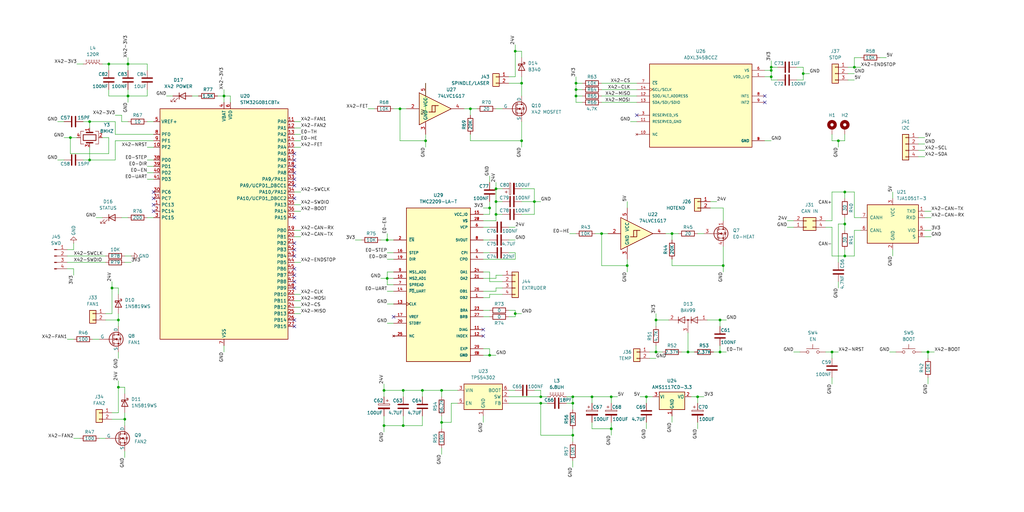
<source format=kicad_sch>
(kicad_sch (version 20231120) (generator "eeschema") (generator_version "8.0")
  (paper "User" 406.4 203.2)
  (title_block (title "X42") (date "2025-07-20") (rev "0.0") (company "XYmatics E64"))
  (lib_symbols
    (symbol "74xGxx:74LVC1G17"
      (property "Reference" "U" (at 0 3.81 0))
      (property "Value" "74LVC1G17" (at 0 -3.81 0))
      (symbol "74LVC1G17_1_1"
        (pin no_connect line (at -7.62 5.08 180) (length 5.08) hide (name "NC") (number "1"))
        (pin input line (at -12.7 0 0) (length 5.08) (name "~") (number "2"))
        (pin power_in line (at -5.08 -10.16 90) (length 5.08) (name "GND") (number "3"))
        (pin output line (at 10.16 0 180) (length 5.08) (name "~") (number "4"))
        (pin power_in line (at -5.08 10.16 270) (length 5.08) (name "VCC") (number "5"))
      )
    )
    (symbol "ADXL345:ADXL345BCCZ" (pin_names (offset 1.016))
      (property "Reference" "U" (at -20.32 15.748 0))
      (property "Value" "ADXL345BCCZ" (at -20.32 -20.32 0))
      (symbol "ADXL345BCCZ_0_0"
        (pin power_in line (at 25.4 10.16 180) (length 5.08) (name "VDD_I/O") (number "1"))
        (pin no_connect line (at -25.4 -12.7 0) (length 5.08) (name "NC") (number "10"))
        (pin passive line (at -25.4 -7.62 0) (length 5.08) (name "RESERVED_GND") (number "11"))
        (pin bidirectional line (at -25.4 2.54 0) (length 5.08) (name "SDO/ALT_ADDRESS") (number "12"))
        (pin bidirectional line (at -25.4 0 0) (length 5.08) (name "SDA/SDI/SDIO") (number "13"))
        (pin input clock (at -25.4 5.08 0) (length 5.08) (name "SCL/SCLK") (number "14"))
        (pin power_in line (at 25.4 -15.24 180) (length 5.08) (name "GND") (number "2"))
        (pin passive line (at -25.4 -5.08 0) (length 5.08) (name "RESERVED_VS") (number "3"))
        (pin power_in line (at 25.4 -15.24 180) (length 5.08) (name "GND") (number "4"))
        (pin power_in line (at 25.4 -15.24 180) (length 5.08) (name "GND") (number "5"))
        (pin power_in line (at 25.4 12.7 180) (length 5.08) (name "VS") (number "6"))
        (pin input line (at -25.4 7.62 0) (length 5.08) (name "~{CS}") (number "7"))
        (pin output line (at 25.4 2.54 180) (length 5.08) (name "INT1") (number "8"))
        (pin output line (at 25.4 0 180) (length 5.08) (name "INT2") (number "9"))
      )
    )
    (symbol "Connector:Conn_01x04_Pin" (pin_names (offset 1.016) hide)
      (property "Reference" "J" (at 0 5.08 0))
      (property "Value" "Conn_01x04_Pin" (at 0 -7.62 0))
      (symbol "Conn_01x04_Pin_1_1"
        (pin passive line (at 5.08 2.54 180) (length 3.81) (name "Pin_1") (number "1"))
        (pin passive line (at 5.08 0 180) (length 3.81) (name "Pin_2") (number "2"))
        (pin passive line (at 5.08 -2.54 180) (length 3.81) (name "Pin_3") (number "3"))
        (pin passive line (at 5.08 -5.08 180) (length 3.81) (name "Pin_4") (number "4"))
      )
    )
    (symbol "Connector_Generic:Conn_01x02" (pin_names (offset 1.016) hide)
      (property "Reference" "J" (at 0 2.54 0))
      (property "Value" "Conn_01x02" (at 0 -5.08 0))
      (symbol "Conn_01x02_1_1"
        (pin passive line (at -5.08 0 0) (length 3.81) (name "Pin_1") (number "1"))
        (pin passive line (at -5.08 -2.54 0) (length 3.81) (name "Pin_2") (number "2"))
      )
    )
    (symbol "Connector_Generic:Conn_01x03" (pin_names (offset 1.016) hide)
      (property "Reference" "J" (at 0 5.08 0))
      (property "Value" "Conn_01x03" (at 0 -5.08 0))
      (symbol "Conn_01x03_1_1"
        (pin passive line (at -5.08 2.54 0) (length 3.81) (name "Pin_1") (number "1"))
        (pin passive line (at -5.08 0 0) (length 3.81) (name "Pin_2") (number "2"))
        (pin passive line (at -5.08 -2.54 0) (length 3.81) (name "Pin_3") (number "3"))
      )
    )
    (symbol "Connector_Generic:Conn_01x04" (pin_names (offset 1.016) hide)
      (property "Reference" "J" (at 0 5.08 0))
      (property "Value" "Conn_01x04" (at 0 -7.62 0))
      (symbol "Conn_01x04_1_1"
        (pin passive line (at -5.08 2.54 0) (length 3.81) (name "Pin_1") (number "1"))
        (pin passive line (at -5.08 0 0) (length 3.81) (name "Pin_2") (number "2"))
        (pin passive line (at -5.08 -2.54 0) (length 3.81) (name "Pin_3") (number "3"))
        (pin passive line (at -5.08 -5.08 0) (length 3.81) (name "Pin_4") (number "4"))
      )
    )
    (symbol "Connector_Generic:Conn_02x02_Counter_Clockwise" (pin_names (offset 1.016) hide)
      (property "Reference" "J" (at 1.27 2.54 0))
      (property "Value" "Conn_02x02_Counter_Clockwise" (at 1.27 -5.08 0))
      (symbol "Conn_02x02_Counter_Clockwise_1_1"
        (pin passive line (at -5.08 0 0) (length 3.81) (name "Pin_1") (number "1"))
        (pin passive line (at -5.08 -2.54 0) (length 3.81) (name "Pin_2") (number "2"))
        (pin passive line (at 7.62 -2.54 180) (length 3.81) (name "Pin_3") (number "3"))
        (pin passive line (at 7.62 0 180) (length 3.81) (name "Pin_4") (number "4"))
      )
    )
    (symbol "Device:C" (pin_numbers hide) (pin_names (offset 0.254))
      (property "Reference" "C" (at 0.635 2.54 0))
      (property "Value" "C" (at 0.635 -2.54 0))
      (symbol "C_1_1"
        (pin passive line (at 0 3.81 270) (length 2.794) (name "~") (number "1"))
        (pin passive line (at 0 -3.81 90) (length 2.794) (name "~") (number "2"))
      )
    )
    (symbol "Device:C_Polarized" (pin_numbers hide) (pin_names (offset 0.254))
      (property "Reference" "C" (at 0.635 2.54 0))
      (property "Value" "C_Polarized" (at 0.635 -2.54 0))
      (symbol "C_Polarized_1_1"
        (pin passive line (at 0 3.81 270) (length 2.794) (name "~") (number "1"))
        (pin passive line (at 0 -3.81 90) (length 2.794) (name "~") (number "2"))
      )
    )
    (symbol "Device:Crystal_GND24" (pin_names (offset 1.016) hide)
      (property "Reference" "Y" (at 3.175 5.08 0))
      (property "Value" "Crystal_GND24" (at 3.175 3.175 0))
      (symbol "Crystal_GND24_1_1"
        (pin passive line (at -3.81 0 0) (length 1.27) (name "1") (number "1"))
        (pin passive line (at 0 5.08 270) (length 1.27) (name "2") (number "2"))
        (pin passive line (at 3.81 0 180) (length 1.27) (name "3") (number "3"))
        (pin passive line (at 0 -5.08 90) (length 1.27) (name "4") (number "4"))
      )
    )
    (symbol "Device:LED" (pin_numbers hide) (pin_names (offset 1.016) hide)
      (property "Reference" "D" (at 0 2.54 0))
      (property "Value" "LED" (at 0 -2.54 0))
      (symbol "LED_1_1"
        (pin passive line (at -3.81 0 0) (length 2.54) (name "K") (number "1"))
        (pin passive line (at 3.81 0 180) (length 2.54) (name "A") (number "2"))
      )
    )
    (symbol "Device:L_Ferrite" (pin_numbers hide) (pin_names (offset 1.016) hide)
      (property "Reference" "L" (at -1.27 0 90))
      (property "Value" "L_Ferrite" (at 2.794 0 90))
      (symbol "L_Ferrite_1_1"
        (pin passive line (at 0 3.81 270) (length 1.27) (name "1") (number "1"))
        (pin passive line (at 0 -3.81 90) (length 1.27) (name "2") (number "2"))
      )
    )
    (symbol "Device:R" (pin_numbers hide) (pin_names (offset 0))
      (property "Reference" "R" (at 2.032 0 90))
      (property "Value" "R" (at 0 0 90))
      (symbol "R_1_1"
        (pin passive line (at 0 3.81 270) (length 1.27) (name "~") (number "1"))
        (pin passive line (at 0 -3.81 90) (length 1.27) (name "~") (number "2"))
      )
    )
    (symbol "Diode:1N5819WS" (pin_numbers hide) (pin_names (offset 1.016) hide)
      (property "Reference" "D" (at 0 2.54 0))
      (property "Value" "1N5819WS" (at 0 -2.54 0))
      (symbol "1N5819WS_1_1"
        (pin passive line (at -3.81 0 0) (length 2.54) (name "K") (number "1"))
        (pin passive line (at 3.81 0 180) (length 2.54) (name "A") (number "2"))
      )
    )
    (symbol "Diode:B340" (pin_numbers hide) (pin_names (offset 1.016) hide)
      (property "Reference" "D" (at 0 2.54 0))
      (property "Value" "B340" (at 0 -2.54 0))
      (symbol "B340_1_1"
        (pin passive line (at -3.81 0 0) (length 2.54) (name "K") (number "1"))
        (pin passive line (at 3.81 0 180) (length 2.54) (name "A") (number "2"))
      )
    )
    (symbol "Diode:BAV99" (pin_names hide)
      (property "Reference" "D" (at 0 5.08 0))
      (property "Value" "BAV99" (at 0 2.54 0))
      (symbol "BAV99_1_1"
        (pin passive line (at -7.62 0 0) (length 2.54) (name "K") (number "1"))
        (pin passive line (at 7.62 0 180) (length 2.54) (name "A") (number "2"))
        (pin passive line (at 0 -5.08 90) (length 2.54) (name "K") (number "3"))
      )
    )
    (symbol "Interface_CAN_LIN:TJA1051T-3" (pin_names (offset 1.016))
      (property "Reference" "U" (at -10.16 8.89 0))
      (property "Value" "TJA1051T-3" (at 1.27 8.89 0))
      (symbol "TJA1051T-3_1_1"
        (pin input line (at -12.7 5.08 0) (length 2.54) (name "TXD") (number "1"))
        (pin power_in line (at 0 -10.16 90) (length 2.54) (name "GND") (number "2"))
        (pin power_in line (at 0 10.16 270) (length 2.54) (name "VCC") (number "3"))
        (pin output line (at -12.7 2.54 0) (length 2.54) (name "RXD") (number "4"))
        (pin power_in line (at -12.7 -2.54 0) (length 2.54) (name "VIO") (number "5"))
        (pin bidirectional line (at 12.7 -2.54 180) (length 2.54) (name "CANL") (number "6"))
        (pin bidirectional line (at 12.7 2.54 180) (length 2.54) (name "CANH") (number "7"))
        (pin input line (at -12.7 -5.08 0) (length 2.54) (name "S") (number "8"))
      )
    )
    (symbol "MCU_ST_STM32G0:STM32G0B1CBTx"
      (property "Reference" "U" (at -25.4 46.99 0))
      (property "Value" "STM32G0B1CBTx" (at 5.08 46.99 0))
      (symbol "STM32G0B1CBTx_1_1"
        (pin bidirectional line (at -27.94 7.62 0) (length 2.54) (name "PC13") (number "1"))
        (pin bidirectional line (at -27.94 30.48 0) (length 2.54) (name "PF2") (number "10"))
        (pin bidirectional line (at 27.94 40.64 180) (length 2.54) (name "PA0") (number "11"))
        (pin bidirectional line (at 27.94 38.1 180) (length 2.54) (name "PA1") (number "12"))
        (pin bidirectional line (at 27.94 35.56 180) (length 2.54) (name "PA2") (number "13"))
        (pin bidirectional line (at 27.94 33.02 180) (length 2.54) (name "PA3") (number "14"))
        (pin bidirectional line (at 27.94 30.48 180) (length 2.54) (name "PA4") (number "15"))
        (pin bidirectional line (at 27.94 27.94 180) (length 2.54) (name "PA5") (number "16"))
        (pin bidirectional line (at 27.94 25.4 180) (length 2.54) (name "PA6") (number "17"))
        (pin bidirectional line (at 27.94 22.86 180) (length 2.54) (name "PA7") (number "18"))
        (pin bidirectional line (at 27.94 -2.54 180) (length 2.54) (name "PB0") (number "19"))
        (pin bidirectional line (at -27.94 5.08 0) (length 2.54) (name "PC14") (number "2"))
        (pin bidirectional line (at 27.94 -5.08 180) (length 2.54) (name "PB1") (number "20"))
        (pin bidirectional line (at 27.94 -7.62 180) (length 2.54) (name "PB2") (number "21"))
        (pin bidirectional line (at 27.94 -27.94 180) (length 2.54) (name "PB10") (number "22"))
        (pin bidirectional line (at 27.94 -30.48 180) (length 2.54) (name "PB11") (number "23"))
        (pin bidirectional line (at 27.94 -33.02 180) (length 2.54) (name "PB12") (number "24"))
        (pin bidirectional line (at 27.94 -35.56 180) (length 2.54) (name "PB13") (number "25"))
        (pin bidirectional line (at 27.94 -38.1 180) (length 2.54) (name "PB14") (number "26"))
        (pin bidirectional line (at 27.94 -40.64 180) (length 2.54) (name "PB15") (number "27"))
        (pin bidirectional line (at 27.94 20.32 180) (length 2.54) (name "PA8") (number "28"))
        (pin bidirectional line (at 27.94 15.24 180) (length 2.54) (name "PA9/UCPD1_DBCC1") (number "29"))
        (pin bidirectional line (at -27.94 2.54 0) (length 2.54) (name "PC15") (number "3"))
        (pin bidirectional line (at -27.94 12.7 0) (length 2.54) (name "PC6") (number "30"))
        (pin bidirectional line (at -27.94 10.16 0) (length 2.54) (name "PC7") (number "31"))
        (pin bidirectional line (at 27.94 10.16 180) (length 2.54) (name "PA10/UCPD1_DBCC2") (number "32"))
        (pin bidirectional line (at 27.94 17.78 180) (length 2.54) (name "PA9/PA11") (number "33"))
        (pin bidirectional line (at 27.94 12.7 180) (length 2.54) (name "PA10/PA12") (number "34"))
        (pin bidirectional line (at 27.94 7.62 180) (length 2.54) (name "PA13") (number "35"))
        (pin bidirectional line (at 27.94 5.08 180) (length 2.54) (name "PA14") (number "36"))
        (pin bidirectional line (at 27.94 2.54 180) (length 2.54) (name "PA15") (number "37"))
        (pin bidirectional line (at -27.94 25.4 0) (length 2.54) (name "PD0") (number "38"))
        (pin bidirectional line (at -27.94 22.86 0) (length 2.54) (name "PD1") (number "39"))
        (pin power_in line (at 0 48.26 270) (length 2.54) (name "VBAT") (number "4"))
        (pin bidirectional line (at -27.94 20.32 0) (length 2.54) (name "PD2") (number "40"))
        (pin bidirectional line (at -27.94 17.78 0) (length 2.54) (name "PD3") (number "41"))
        (pin bidirectional line (at 27.94 -10.16 180) (length 2.54) (name "PB3") (number "42"))
        (pin bidirectional line (at 27.94 -12.7 180) (length 2.54) (name "PB4") (number "43"))
        (pin bidirectional line (at 27.94 -15.24 180) (length 2.54) (name "PB5") (number "44"))
        (pin bidirectional line (at 27.94 -17.78 180) (length 2.54) (name "PB6") (number "45"))
        (pin bidirectional line (at 27.94 -20.32 180) (length 2.54) (name "PB7") (number "46"))
        (pin bidirectional line (at 27.94 -22.86 180) (length 2.54) (name "PB8") (number "47"))
        (pin bidirectional line (at 27.94 -25.4 180) (length 2.54) (name "PB9") (number "48"))
        (pin input line (at -27.94 40.64 0) (length 2.54) (name "VREF+") (number "5"))
        (pin power_in line (at 2.54 48.26 270) (length 2.54) (name "VDD") (number "6"))
        (pin power_in line (at 0 -48.26 90) (length 2.54) (name "VSS") (number "7"))
        (pin bidirectional line (at -27.94 35.56 0) (length 2.54) (name "PF0") (number "8"))
        (pin bidirectional line (at -27.94 33.02 0) (length 2.54) (name "PF1") (number "9"))
      )
    )
    (symbol "Mechanical:MountingHole_Pad" (pin_numbers hide) (pin_names (offset 1.016) hide) (exclude_from_sim yes) (in_bom no)
      (property "Reference" "H" (at 0 6.35 0))
      (property "Value" "MountingHole_Pad" (at 0 4.445 0))
      (symbol "MountingHole_Pad_1_1"
        (pin input line (at 0 -2.54 90) (length 2.54) (name "1") (number "1"))
      )
    )
    (symbol "Regulator_Linear:AMS1117CD-3.3" (pin_names (offset 0.254))
      (property "Reference" "U" (at -3.81 3.175 0))
      (property "Value" "AMS1117CD-3.3" (at 0 3.175 0))
      (symbol "AMS1117CD-3.3_1_1"
        (pin power_in line (at 0 -7.62 90) (length 2.54) (name "GND") (number "1"))
        (pin power_out line (at 7.62 0 180) (length 2.54) (name "VO") (number "2"))
        (pin power_in line (at -7.62 0 0) (length 2.54) (name "VI") (number "3"))
      )
    )
    (symbol "Regulator_Switching:TPS54302"
      (property "Reference" "U" (at -7.62 6.35 0))
      (property "Value" "TPS54302" (at 0 6.35 0))
      (symbol "TPS54302_1_1"
        (pin power_in line (at 0 -7.62 90) (length 2.54) (name "GND") (number "1"))
        (pin power_out line (at 10.16 0 180) (length 2.54) (name "SW") (number "2"))
        (pin power_in line (at -10.16 2.54 0) (length 2.54) (name "VIN") (number "3"))
        (pin input line (at 10.16 -2.54 180) (length 2.54) (name "FB") (number "4"))
        (pin input line (at -10.16 -2.54 0) (length 2.54) (name "EN") (number "5"))
        (pin passive line (at 10.16 2.54 180) (length 2.54) (name "BOOT") (number "6"))
      )
    )
    (symbol "Simulation_SPICE:NMOS" (pin_numbers hide) (pin_names (offset 0))
      (property "Reference" "Q" (at 5.08 1.27 0))
      (property "Value" "NMOS" (at 5.08 -1.27 0))
      (symbol "NMOS_1_1"
        (pin passive line (at 2.54 5.08 270) (length 2.54) (name "D") (number "1"))
        (pin input line (at -5.08 0 0) (length 2.54) (name "G") (number "2"))
        (pin passive line (at 2.54 -5.08 90) (length 2.54) (name "S") (number "3"))
      )
    )
    (symbol "Switch:SW_Push" (pin_numbers hide) (pin_names (offset 1.016) hide)
      (property "Reference" "SW" (at 1.27 2.54 0))
      (property "Value" "SW_Push" (at 0 -1.524 0))
      (symbol "SW_Push_0_1"
        (pin passive line (at -5.08 0 0) (length 2.54) (name "1") (number "1"))
        (pin passive line (at 5.08 0 180) (length 2.54) (name "2") (number "2"))
      )
    )
    (symbol "TMC2209-LA-T:TMC2209-LA-T" (pin_names (offset 1.016))
      (property "Reference" "U" (at -12.7 31.115 0))
      (property "Value" "TMC2209-LA-T" (at -12.7 -33.02 0))
      (symbol "TMC2209-LA-T_0_0"
        (pin output line (at 17.78 -5.08 180) (length 5.08) (name "OB2") (number "1"))
        (pin input line (at -17.78 2.54 0) (length 5.08) (name "MS2_AD1") (number "10"))
        (pin output line (at 17.78 -17.78 180) (length 5.08) (name "DIAG") (number "11"))
        (pin output line (at 17.78 -20.32 180) (length 5.08) (name "INDEX") (number "12"))
        (pin input clock (at -17.78 -7.62 0) (length 5.08) (name "CLK") (number "13"))
        (pin bidirectional line (at -17.78 -2.54 0) (length 5.08) (name "~{PD}_UART") (number "14"))
        (pin power_in line (at 17.78 27.94 180) (length 5.08) (name "VCC_IO") (number "15"))
        (pin input line (at -17.78 12.7 0) (length 5.08) (name "STEP") (number "16"))
        (pin input line (at -17.78 -12.7 0) (length 5.08) (name "VREF") (number "17"))
        (pin power_in line (at 17.78 -27.94 180) (length 5.08) (name "GND") (number "18"))
        (pin input line (at -17.78 10.16 0) (length 5.08) (name "DIR") (number "19"))
        (pin input line (at -17.78 17.78 0) (length 5.08) (name "~{EN}") (number "2"))
        (pin input line (at -17.78 -15.24 0) (length 5.08) (name "STDBY") (number "20"))
        (pin output line (at 17.78 2.54 180) (length 5.08) (name "OA2") (number "21"))
        (pin power_in line (at 17.78 25.4 180) (length 5.08) (name "VS") (number "22"))
        (pin bidirectional line (at 17.78 -10.16 180) (length 5.08) (name "BRA") (number "23"))
        (pin output line (at 17.78 5.08 180) (length 5.08) (name "OA1") (number "24"))
        (pin no_connect line (at -17.78 -20.32 0) (length 5.08) (name "NC") (number "25"))
        (pin output line (at 17.78 -2.54 180) (length 5.08) (name "OB1") (number "26"))
        (pin bidirectional line (at 17.78 -12.7 180) (length 5.08) (name "BRB") (number "27"))
        (pin power_in line (at 17.78 25.4 180) (length 5.08) (name "VS") (number "28"))
        (pin power_in line (at 17.78 -25.4 180) (length 5.08) (name "EXP") (number "29"))
        (pin power_in line (at 17.78 -27.94 180) (length 5.08) (name "GND") (number "3"))
        (pin output line (at 17.78 10.16 180) (length 5.08) (name "CPO") (number "4"))
        (pin input line (at 17.78 12.7 180) (length 5.08) (name "CPI") (number "5"))
        (pin power_in line (at 17.78 22.86 180) (length 5.08) (name "VCP") (number "6"))
        (pin input line (at -17.78 0 0) (length 5.08) (name "SPREAD") (number "7"))
        (pin output line (at 17.78 17.78 180) (length 5.08) (name "5VOUT") (number "8"))
        (pin input line (at -17.78 5.08 0) (length 5.08) (name "MS1_AD0") (number "9"))
      )
    )
    (symbol "Transistor_FET:SiA462DJ" (pin_names hide)
      (property "Reference" "U" (at 5.715 1.905 0))
      (property "Value" "SiA462DJ" (at 9.525 0 0))
      (symbol "SiA462DJ_1_1"
        (pin passive line (at 2.54 5.08 270) (length 2.54) (name "D") (number "1"))
        (pin passive line (at -5.08 0 0) (length 2.54) (name "G") (number "3"))
        (pin passive line (at 2.54 -5.08 90) (length 2.54) (name "S") (number "4"))
      )
    )
    (symbol "power:GND" (power) (pin_numbers hide) (pin_names (offset 0) hide)
      (property "Value" "GND" (at 0 -3.81 0))
      (symbol "GND_1_1"
        (pin power_in line (at 0 0 270) (length 0) (name "~") (number "1"))
      )
    )
  )
  (junction (at 27.94 54.61))
  (junction (at 227.33 157.48))
  (junction (at 152.4 154.94))
  (junction (at 35.56 48.26))
  (junction (at 306.07 30.48))
  (junction (at 46.99 127))
  (junction (at 228.6 38.1))
  (junction (at 339.09 26.67))
  (junction (at 227.33 160.02))
  (junction (at 266.7 92.71))
  (junction (at 335.28 101.6))
  (junction (at 234.95 157.48))
  (junction (at 330.2 139.7))
  (junction (at 153.67 95.25))
  (junction (at 204.47 20.32))
  (junction (at 368.3 139.7))
  (junction (at 306.07 27.94))
  (junction (at 228.6 33.02))
  (junction (at 228.6 35.56))
  (junction (at 196.85 85.09))
  (junction (at 152.4 168.91))
  (junction (at 214.63 160.02))
  (junction (at 50.8 38.1))
  (junction (at 194.31 140.97))
  (junction (at 186.69 43.18))
  (junction (at 238.76 92.71))
  (junction (at 242.57 157.48))
  (junction (at 204.47 124.46))
  (junction (at 276.86 157.48))
  (junction (at 175.26 154.94))
  (junction (at 175.26 167.64))
  (junction (at 168.91 55.88))
  (junction (at 160.02 168.91))
  (junction (at 256.54 157.48))
  (junction (at 207.01 33.02))
  (junction (at 318.77 29.21))
  (junction (at 46.99 153.67))
  (junction (at 153.67 110.49))
  (junction (at 227.33 172.72))
  (junction (at 212.09 80.01))
  (junction (at 260.35 139.7))
  (junction (at 332.74 55.88))
  (junction (at 285.75 139.7))
  (junction (at 50.8 25.4))
  (junction (at 196.85 74.93))
  (junction (at 44.45 114.3))
  (junction (at 273.05 139.7))
  (junction (at 158.75 43.18))
  (junction (at 248.92 105.41))
  (junction (at 214.63 157.48))
  (junction (at 160.02 154.94))
  (junction (at 207.01 55.88))
  (junction (at 242.57 170.18))
  (junction (at 335.28 76.2))
  (junction (at 88.9 38.1))
  (junction (at 49.53 166.37))
  (junction (at 285.75 127))
  (junction (at 260.35 127))
  (junction (at 335.28 88.9))
  (junction (at 196.85 80.01))
  (junction (at 35.56 63.5))
  (junction (at 194.31 82.55))
  (junction (at 43.18 25.4))
  (junction (at 287.02 105.41))
  (junction (at 306.07 26.67))
  (junction (at 167.64 154.94))
  (no_connect (at 116.84 71.12))
  (no_connect (at 303.53 40.64))
  (no_connect (at 60.96 76.2))
  (no_connect (at 191.77 130.81))
  (no_connect (at 116.84 63.5))
  (no_connect (at 116.84 68.58))
  (no_connect (at 252.73 45.72))
  (no_connect (at 116.84 101.6))
  (no_connect (at 116.84 78.74))
  (no_connect (at 116.84 109.22))
  (no_connect (at 116.84 73.66))
  (no_connect (at 116.84 127))
  (no_connect (at 116.84 111.76))
  (no_connect (at 116.84 114.3))
  (no_connect (at 116.84 99.06))
  (no_connect (at 116.84 60.96))
  (no_connect (at 60.96 78.74))
  (no_connect (at 60.96 81.28))
  (no_connect (at 156.21 125.73))
  (no_connect (at 303.53 38.1))
  (no_connect (at 116.84 66.04))
  (no_connect (at 116.84 86.36))
  (no_connect (at 116.84 129.54))
  (no_connect (at 116.84 96.52))
  (no_connect (at 116.84 106.68))
  (no_connect (at 191.77 133.35))
  (no_connect (at 60.96 83.82))
  (wire (pts (xy 116.84 76.2) (xy 119.38 76.2)))
  (wire (pts (xy 306.07 26.67) (xy 306.07 27.94)))
  (wire (pts (xy 158.75 55.88) (xy 168.91 55.88)))
  (wire (pts (xy 204.47 123.19) (xy 204.47 124.46)))
  (wire (pts (xy 153.67 107.95) (xy 156.21 107.95)))
  (wire (pts (xy 228.6 38.1) (xy 228.6 40.64)))
  (wire (pts (xy 26.67 106.68) (xy 29.21 106.68)))
  (wire (pts (xy 116.84 55.88) (xy 119.38 55.88)))
  (wire (pts (xy 45.72 63.5) (xy 45.72 55.88)))
  (wire (pts (xy 332.74 114.3) (xy 332.74 111.76)))
  (wire (pts (xy 88.9 137.16) (xy 88.9 139.7)))
  (wire (pts (xy 266.7 92.71) (xy 269.24 92.71)))
  (wire (pts (xy 368.3 149.86) (xy 368.3 152.4)))
  (wire (pts (xy 45.72 48.26) (xy 45.72 53.34)))
  (wire (pts (xy 39.37 173.99) (xy 41.91 173.99)))
  (wire (pts (xy 341.63 91.44) (xy 339.09 91.44)))
  (wire (pts (xy 207.01 55.88) (xy 207.01 48.26)))
  (wire (pts (xy 27.94 60.96) (xy 43.18 60.96)))
  (wire (pts (xy 238.76 35.56) (xy 252.73 35.56)))
  (wire (pts (xy 194.31 82.55) (xy 194.31 85.09)))
  (wire (pts (xy 140.97 95.25) (xy 143.51 95.25)))
  (wire (pts (xy 153.67 100.33) (xy 156.21 100.33)))
  (wire (pts (xy 196.85 80.01) (xy 196.85 74.93)))
  (wire (pts (xy 91.44 38.1) (xy 91.44 40.64)))
  (wire (pts (xy 25.4 54.61) (xy 27.94 54.61)))
  (wire (pts (xy 119.38 48.26) (xy 116.84 48.26)))
  (wire (pts (xy 58.42 63.5) (xy 60.96 63.5)))
  (wire (pts (xy 339.09 76.2) (xy 335.28 76.2)))
  (wire (pts (xy 29.21 109.22) (xy 29.21 106.68)))
  (wire (pts (xy 179.07 167.64) (xy 175.26 167.64)))
  (wire (pts (xy 191.77 95.25) (xy 194.31 95.25)))
  (wire (pts (xy 201.93 95.25) (xy 204.47 95.25)))
  (wire (pts (xy 33.02 63.5) (xy 35.56 63.5)))
  (wire (pts (xy 204.47 102.87) (xy 204.47 100.33)))
  (wire (pts (xy 241.3 92.71) (xy 238.76 92.71)))
  (wire (pts (xy 276.86 157.48) (xy 279.4 157.48)))
  (wire (pts (xy 153.67 110.49) (xy 153.67 113.03)))
  (wire (pts (xy 285.75 139.7) (xy 285.75 137.16)))
  (wire (pts (xy 339.09 29.21) (xy 336.55 29.21)))
  (wire (pts (xy 260.35 139.7) (xy 262.89 139.7)))
  (wire (pts (xy 238.76 92.71) (xy 238.76 105.41)))
  (wire (pts (xy 242.57 160.02) (xy 242.57 157.48)))
  (wire (pts (xy 224.79 157.48) (xy 227.33 157.48)))
  (wire (pts (xy 46.99 153.67) (xy 49.53 153.67)))
  (wire (pts (xy 44.45 111.76) (xy 44.45 114.3)))
  (wire (pts (xy 226.06 92.71) (xy 228.6 92.71)))
  (wire (pts (xy 330.2 53.34) (xy 330.2 55.88)))
  (wire (pts (xy 152.4 168.91) (xy 160.02 168.91)))
  (wire (pts (xy 266.7 102.87) (xy 266.7 105.41)))
  (wire (pts (xy 332.74 88.9) (xy 332.74 104.14)))
  (wire (pts (xy 256.54 157.48) (xy 256.54 160.02)))
  (wire (pts (xy 260.35 127) (xy 260.35 129.54)))
  (wire (pts (xy 116.84 81.28) (xy 119.38 81.28)))
  (wire (pts (xy 191.77 118.11) (xy 194.31 118.11)))
  (wire (pts (xy 33.02 48.26) (xy 35.56 48.26)))
  (wire (pts (xy 151.13 110.49) (xy 153.67 110.49)))
  (wire (pts (xy 151.13 95.25) (xy 153.67 95.25)))
  (wire (pts (xy 204.47 124.46) (xy 207.01 124.46)))
  (wire (pts (xy 43.18 25.4) (xy 50.8 25.4)))
  (wire (pts (xy 46.99 151.13) (xy 46.99 153.67)))
  (wire (pts (xy 184.15 43.18) (xy 186.69 43.18)))
  (wire (pts (xy 191.77 110.49) (xy 196.85 110.49)))
  (wire (pts (xy 306.07 31.75) (xy 306.07 30.48)))
  (wire (pts (xy 50.8 86.36) (xy 48.26 86.36)))
  (wire (pts (xy 58.42 38.1) (xy 58.42 35.56)))
  (wire (pts (xy 260.35 127) (xy 265.43 127)))
  (wire (pts (xy 260.35 124.46) (xy 260.35 127)))
  (wire (pts (xy 349.25 22.86) (xy 351.79 22.86)))
  (wire (pts (xy 266.7 165.1) (xy 266.7 167.64)))
  (wire (pts (xy 364.49 62.23) (xy 367.03 62.23)))
  (wire (pts (xy 273.05 139.7) (xy 273.05 132.08)))
  (wire (pts (xy 179.07 160.02) (xy 179.07 167.64)))
  (wire (pts (xy 194.31 140.97) (xy 191.77 140.97)))
  (wire (pts (xy 191.77 82.55) (xy 194.31 82.55)))
  (wire (pts (xy 335.28 76.2) (xy 335.28 78.74)))
  (wire (pts (xy 287.02 105.41) (xy 287.02 97.79)))
  (wire (pts (xy 214.63 172.72) (xy 227.33 172.72)))
  (wire (pts (xy 175.26 165.1) (xy 175.26 167.64)))
  (wire (pts (xy 367.03 83.82) (xy 369.57 83.82)))
  (wire (pts (xy 214.63 160.02) (xy 217.17 160.02)))
  (wire (pts (xy 330.2 76.2) (xy 335.28 76.2)))
  (wire (pts (xy 36.83 134.62) (xy 39.37 134.62)))
  (wire (pts (xy 306.07 24.13) (xy 306.07 26.67)))
  (wire (pts (xy 196.85 74.93) (xy 199.39 74.93)))
  (wire (pts (xy 212.09 80.01) (xy 214.63 80.01)))
  (wire (pts (xy 191.77 123.19) (xy 194.31 123.19)))
  (wire (pts (xy 335.28 88.9) (xy 335.28 91.44)))
  (wire (pts (xy 50.8 35.56) (xy 50.8 38.1)))
  (wire (pts (xy 285.75 127) (xy 285.75 129.54)))
  (wire (pts (xy 364.49 54.61) (xy 367.03 54.61)))
  (wire (pts (xy 196.85 43.18) (xy 199.39 43.18)))
  (wire (pts (xy 242.57 170.18) (xy 242.57 167.64)))
  (wire (pts (xy 234.95 167.64) (xy 234.95 170.18)))
  (wire (pts (xy 330.2 55.88) (xy 332.74 55.88)))
  (wire (pts (xy 330.2 149.86) (xy 330.2 152.4)))
  (wire (pts (xy 29.21 173.99) (xy 31.75 173.99)))
  (wire (pts (xy 196.85 114.3) (xy 196.85 115.57)))
  (wire (pts (xy 35.56 48.26) (xy 45.72 48.26)))
  (wire (pts (xy 196.85 114.3) (xy 199.39 114.3)))
  (wire (pts (xy 88.9 35.56) (xy 88.9 38.1)))
  (wire (pts (xy 283.21 139.7) (xy 285.75 139.7)))
  (wire (pts (xy 50.8 22.86) (xy 50.8 25.4)))
  (wire (pts (xy 119.38 50.8) (xy 116.84 50.8)))
  (wire (pts (xy 264.16 92.71) (xy 266.7 92.71)))
  (wire (pts (xy 191.77 90.17) (xy 194.31 90.17)))
  (wire (pts (xy 29.21 99.06) (xy 29.21 96.52)))
  (wire (pts (xy 50.8 38.1) (xy 58.42 38.1)))
  (wire (pts (xy 160.02 165.1) (xy 160.02 168.91)))
  (wire (pts (xy 156.21 43.18) (xy 158.75 43.18)))
  (wire (pts (xy 236.22 92.71) (xy 238.76 92.71)))
  (wire (pts (xy 201.93 157.48) (xy 214.63 157.48)))
  (wire (pts (xy 339.09 26.67) (xy 336.55 26.67)))
  (wire (pts (xy 116.84 124.46) (xy 119.38 124.46)))
  (wire (pts (xy 152.4 154.94) (xy 160.02 154.94)))
  (wire (pts (xy 50.8 38.1) (xy 50.8 40.64)))
  (wire (pts (xy 227.33 172.72) (xy 227.33 170.18)))
  (wire (pts (xy 196.85 109.22) (xy 199.39 109.22)))
  (wire (pts (xy 43.18 25.4) (xy 43.18 27.94)))
  (wire (pts (xy 26.67 134.62) (xy 29.21 134.62)))
  (wire (pts (xy 354.33 76.2) (xy 354.33 78.74)))
  (wire (pts (xy 318.77 29.21) (xy 321.31 29.21)))
  (wire (pts (xy 276.86 92.71) (xy 279.4 92.71)))
  (wire (pts (xy 228.6 40.64) (xy 231.14 40.64)))
  (wire (pts (xy 256.54 157.48) (xy 259.08 157.48)))
  (wire (pts (xy 186.69 55.88) (xy 207.01 55.88)))
  (wire (pts (xy 367.03 86.36) (xy 369.57 86.36)))
  (wire (pts (xy 285.75 127) (xy 288.29 127)))
  (wire (pts (xy 341.63 86.36) (xy 339.09 86.36)))
  (wire (pts (xy 45.72 45.72) (xy 48.26 45.72)))
  (wire (pts (xy 167.64 154.94) (xy 167.64 157.48)))
  (wire (pts (xy 44.45 166.37) (xy 49.53 166.37)))
  (wire (pts (xy 207.01 33.02) (xy 207.01 38.1)))
  (wire (pts (xy 280.67 127) (xy 285.75 127)))
  (wire (pts (xy 330.2 139.7) (xy 332.74 139.7)))
  (wire (pts (xy 312.42 87.63) (xy 314.96 87.63)))
  (wire (pts (xy 367.03 93.98) (xy 369.57 93.98)))
  (wire (pts (xy 212.09 74.93) (xy 207.01 74.93)))
  (wire (pts (xy 327.66 90.17) (xy 330.2 90.17)))
  (wire (pts (xy 364.49 59.69) (xy 367.03 59.69)))
  (wire (pts (xy 22.86 63.5) (xy 25.4 63.5)))
  (wire (pts (xy 116.84 91.44) (xy 119.38 91.44)))
  (wire (pts (xy 48.26 48.26) (xy 50.8 48.26)))
  (wire (pts (xy 46.99 163.83) (xy 44.45 163.83)))
  (wire (pts (xy 287.02 105.41) (xy 287.02 107.95)))
  (wire (pts (xy 214.63 157.48) (xy 217.17 157.48)))
  (wire (pts (xy 153.67 113.03) (xy 156.21 113.03)))
  (wire (pts (xy 252.73 48.26) (xy 250.19 48.26)))
  (wire (pts (xy 332.74 55.88) (xy 332.74 58.42)))
  (wire (pts (xy 204.47 20.32) (xy 207.01 20.32)))
  (wire (pts (xy 43.18 38.1) (xy 50.8 38.1)))
  (wire (pts (xy 175.26 177.8) (xy 175.26 180.34)))
  (wire (pts (xy 335.28 86.36) (xy 335.28 88.9)))
  (wire (pts (xy 26.67 104.14) (xy 41.91 104.14)))
  (wire (pts (xy 60.96 86.36) (xy 58.42 86.36)))
  (wire (pts (xy 214.63 160.02) (xy 214.63 172.72)))
  (wire (pts (xy 201.93 123.19) (xy 204.47 123.19)))
  (wire (pts (xy 303.53 55.88) (xy 306.07 55.88)))
  (wire (pts (xy 88.9 38.1) (xy 86.36 38.1)))
  (wire (pts (xy 116.84 116.84) (xy 119.38 116.84)))
  (wire (pts (xy 152.4 165.1) (xy 152.4 168.91)))
  (wire (pts (xy 161.29 43.18) (xy 158.75 43.18)))
  (wire (pts (xy 49.53 163.83) (xy 49.53 166.37)))
  (wire (pts (xy 194.31 116.84) (xy 199.39 116.84)))
  (wire (pts (xy 88.9 40.64) (xy 88.9 38.1)))
  (wire (pts (xy 168.91 45.72) (xy 168.91 33.02)))
  (wire (pts (xy 254 157.48) (xy 256.54 157.48)))
  (wire (pts (xy 46.99 153.67) (xy 46.99 163.83)))
  (wire (pts (xy 191.77 138.43) (xy 194.31 138.43)))
  (wire (pts (xy 339.09 91.44) (xy 339.09 101.6)))
  (wire (pts (xy 207.01 55.88) (xy 207.01 58.42)))
  (wire (pts (xy 158.75 43.18) (xy 158.75 55.88)))
  (wire (pts (xy 330.2 87.63) (xy 330.2 76.2)))
  (wire (pts (xy 224.79 160.02) (xy 227.33 160.02)))
  (wire (pts (xy 48.26 45.72) (xy 48.26 48.26)))
  (wire (pts (xy 276.86 157.48) (xy 276.86 160.02)))
  (wire (pts (xy 274.32 157.48) (xy 276.86 157.48)))
  (wire (pts (xy 318.77 26.67) (xy 318.77 29.21)))
  (wire (pts (xy 228.6 35.56) (xy 231.14 35.56)))
  (wire (pts (xy 234.95 157.48) (xy 227.33 157.48)))
  (wire (pts (xy 335.28 53.34) (xy 335.28 55.88)))
  (wire (pts (xy 370.84 139.7) (xy 368.3 139.7)))
  (wire (pts (xy 156.21 128.27) (xy 153.67 128.27)))
  (wire (pts (xy 153.67 102.87) (xy 156.21 102.87)))
  (wire (pts (xy 167.64 154.94) (xy 175.26 154.94)))
  (wire (pts (xy 238.76 105.41) (xy 248.92 105.41)))
  (wire (pts (xy 116.84 121.92) (xy 119.38 121.92)))
  (wire (pts (xy 58.42 25.4) (xy 58.42 27.94)))
  (wire (pts (xy 45.72 55.88) (xy 60.96 55.88)))
  (wire (pts (xy 248.92 105.41) (xy 248.92 107.95)))
  (wire (pts (xy 201.93 33.02) (xy 207.01 33.02)))
  (wire (pts (xy 248.92 80.01) (xy 248.92 82.55)))
  (wire (pts (xy 228.6 35.56) (xy 228.6 38.1)))
  (wire (pts (xy 228.6 38.1) (xy 231.14 38.1)))
  (wire (pts (xy 204.47 30.48) (xy 204.47 20.32)))
  (wire (pts (xy 306.07 27.94) (xy 306.07 30.48)))
  (wire (pts (xy 152.4 152.4) (xy 152.4 154.94)))
  (wire (pts (xy 41.91 127) (xy 46.99 127)))
  (wire (pts (xy 167.64 168.91) (xy 167.64 165.1)))
  (wire (pts (xy 234.95 170.18) (xy 242.57 170.18)))
  (wire (pts (xy 191.77 125.73) (xy 194.31 125.73)))
  (wire (pts (xy 49.53 166.37) (xy 49.53 168.91)))
  (wire (pts (xy 30.48 54.61) (xy 27.94 54.61)))
  (wire (pts (xy 46.99 127) (xy 46.99 129.54)))
  (wire (pts (xy 116.84 119.38) (xy 119.38 119.38)))
  (wire (pts (xy 35.56 58.42) (xy 35.56 63.5)))
  (wire (pts (xy 285.75 139.7) (xy 288.29 139.7)))
  (wire (pts (xy 276.86 167.64) (xy 276.86 170.18)))
  (wire (pts (xy 316.23 26.67) (xy 318.77 26.67)))
  (wire (pts (xy 330.2 139.7) (xy 330.2 142.24)))
  (wire (pts (xy 68.58 38.1) (xy 66.04 38.1)))
  (wire (pts (xy 49.53 179.07) (xy 49.53 181.61)))
  (wire (pts (xy 196.85 110.49) (xy 196.85 109.22)))
  (wire (pts (xy 58.42 68.58) (xy 60.96 68.58)))
  (wire (pts (xy 40.64 25.4) (xy 43.18 25.4)))
  (wire (pts (xy 58.42 58.42) (xy 60.96 58.42)))
  (wire (pts (xy 306.07 26.67) (xy 308.61 26.67)))
  (wire (pts (xy 234.95 160.02) (xy 234.95 157.48)))
  (wire (pts (xy 116.84 104.14) (xy 119.38 104.14)))
  (wire (pts (xy 153.67 115.57) (xy 156.21 115.57)))
  (wire (pts (xy 204.47 100.33) (xy 201.93 100.33)))
  (wire (pts (xy 364.49 57.15) (xy 367.03 57.15)))
  (wire (pts (xy 242.57 157.48) (xy 245.11 157.48)))
  (wire (pts (xy 152.4 168.91) (xy 152.4 171.45)))
  (wire (pts (xy 339.09 86.36) (xy 339.09 76.2)))
  (wire (pts (xy 58.42 48.26) (xy 60.96 48.26)))
  (wire (pts (xy 153.67 95.25) (xy 156.21 95.25)))
  (wire (pts (xy 312.42 90.17) (xy 314.96 90.17)))
  (wire (pts (xy 238.76 33.02) (xy 252.73 33.02)))
  (wire (pts (xy 78.74 38.1) (xy 76.2 38.1)))
  (wire (pts (xy 40.64 86.36) (xy 38.1 86.36)))
  (wire (pts (xy 201.93 30.48) (xy 204.47 30.48)))
  (wire (pts (xy 194.31 69.85) (xy 194.31 72.39)))
  (wire (pts (xy 119.38 83.82) (xy 116.84 83.82)))
  (wire (pts (xy 207.01 85.09) (xy 212.09 85.09)))
  (wire (pts (xy 303.53 27.94) (xy 306.07 27.94)))
  (wire (pts (xy 58.42 66.04) (xy 60.96 66.04)))
  (wire (pts (xy 214.63 154.94) (xy 212.09 154.94)))
  (wire (pts (xy 273.05 139.7) (xy 275.59 139.7)))
  (wire (pts (xy 228.6 30.48) (xy 228.6 33.02)))
  (wire (pts (xy 153.67 92.71) (xy 153.67 95.25)))
  (wire (pts (xy 153.67 110.49) (xy 156.21 110.49)))
  (wire (pts (xy 44.45 124.46) (xy 41.91 124.46)))
  (wire (pts (xy 175.26 167.64) (xy 175.26 170.18)))
  (wire (pts (xy 45.72 53.34) (xy 60.96 53.34)))
  (wire (pts (xy 43.18 54.61) (xy 40.64 54.61)))
  (wire (pts (xy 260.35 137.16) (xy 260.35 139.7)))
  (wire (pts (xy 212.09 80.01) (xy 212.09 74.93)))
  (wire (pts (xy 257.81 139.7) (xy 260.35 139.7)))
  (wire (pts (xy 201.93 90.17) (xy 204.47 90.17)))
  (wire (pts (xy 201.93 154.94) (xy 204.47 154.94)))
  (wire (pts (xy 281.94 82.55) (xy 287.02 82.55)))
  (wire (pts (xy 191.77 107.95) (xy 194.31 107.95)))
  (wire (pts (xy 191.77 165.1) (xy 191.77 167.64)))
  (wire (pts (xy 238.76 38.1) (xy 252.73 38.1)))
  (wire (pts (xy 194.31 138.43) (xy 194.31 140.97)))
  (wire (pts (xy 339.09 26.67) (xy 341.63 26.67)))
  (wire (pts (xy 168.91 55.88) (xy 168.91 53.34)))
  (wire (pts (xy 207.01 80.01) (xy 212.09 80.01)))
  (wire (pts (xy 194.31 85.09) (xy 191.77 85.09)))
  (wire (pts (xy 27.94 54.61) (xy 27.94 60.96)))
  (wire (pts (xy 160.02 168.91) (xy 167.64 168.91)))
  (wire (pts (xy 256.54 167.64) (xy 256.54 170.18)))
  (wire (pts (xy 175.26 154.94) (xy 175.26 157.48)))
  (wire (pts (xy 242.57 157.48) (xy 234.95 157.48)))
  (wire (pts (xy 335.28 101.6) (xy 335.28 99.06)))
  (wire (pts (xy 46.99 114.3) (xy 46.99 116.84)))
  (wire (pts (xy 50.8 25.4) (xy 58.42 25.4)))
  (wire (pts (xy 214.63 157.48) (xy 214.63 154.94)))
  (wire (pts (xy 196.85 80.01) (xy 199.39 80.01)))
  (wire (pts (xy 181.61 160.02) (xy 179.07 160.02)))
  (wire (pts (xy 327.66 139.7) (xy 330.2 139.7)))
  (wire (pts (xy 50.8 27.94) (xy 50.8 25.4)))
  (wire (pts (xy 355.6 139.7) (xy 353.06 139.7)))
  (wire (pts (xy 248.92 105.41) (xy 248.92 102.87)))
  (wire (pts (xy 194.31 80.01) (xy 194.31 82.55)))
  (wire (pts (xy 194.31 140.97) (xy 196.85 140.97)))
  (wire (pts (xy 367.03 91.44) (xy 369.57 91.44)))
  (wire (pts (xy 201.93 160.02) (xy 214.63 160.02)))
  (wire (pts (xy 228.6 33.02) (xy 231.14 33.02)))
  (wire (pts (xy 152.4 154.94) (xy 152.4 157.48)))
  (wire (pts (xy 160.02 154.94) (xy 160.02 157.48)))
  (wire (pts (xy 194.31 118.11) (xy 194.31 116.84)))
  (wire (pts (xy 330.2 90.17) (xy 330.2 101.6)))
  (wire (pts (xy 156.21 120.65) (xy 153.67 120.65)))
  (wire (pts (xy 43.18 60.96) (xy 43.18 54.61)))
  (wire (pts (xy 201.93 125.73) (xy 204.47 125.73)))
  (wire (pts (xy 26.67 99.06) (xy 29.21 99.06)))
  (wire (pts (xy 318.77 29.21) (xy 318.77 31.75)))
  (wire (pts (xy 227.33 160.02) (xy 227.33 162.56)))
  (wire (pts (xy 303.53 30.48) (xy 306.07 30.48)))
  (wire (pts (xy 196.85 85.09) (xy 196.85 87.63)))
  (wire (pts (xy 160.02 154.94) (xy 167.64 154.94)))
  (wire (pts (xy 116.84 53.34) (xy 119.38 53.34)))
  (wire (pts (xy 207.01 30.48) (xy 207.01 33.02)))
  (wire (pts (xy 196.85 72.39) (xy 196.85 74.93)))
  (wire (pts (xy 368.3 139.7) (xy 368.3 142.24)))
  (wire (pts (xy 335.28 88.9) (xy 332.74 88.9)))
  (wire (pts (xy 339.09 22.86) (xy 339.09 26.67)))
  (wire (pts (xy 168.91 55.88) (xy 168.91 58.42)))
  (wire (pts (xy 49.53 153.67) (xy 49.53 156.21)))
  (wire (pts (xy 186.69 53.34) (xy 186.69 55.88)))
  (wire (pts (xy 194.31 107.95) (xy 194.31 111.76)))
  (wire (pts (xy 316.23 31.75) (xy 318.77 31.75)))
  (wire (pts (xy 119.38 58.42) (xy 116.84 58.42)))
  (wire (pts (xy 146.05 43.18) (xy 148.59 43.18)))
  (wire (pts (xy 354.33 101.6) (xy 354.33 99.06)))
  (wire (pts (xy 44.45 114.3) (xy 44.45 124.46)))
  (wire (pts (xy 332.74 55.88) (xy 335.28 55.88)))
  (wire (pts (xy 46.99 139.7) (xy 46.99 142.24)))
  (wire (pts (xy 238.76 40.64) (xy 252.73 40.64)))
  (wire (pts (xy 281.94 80.01) (xy 284.48 80.01)))
  (wire (pts (xy 191.77 102.87) (xy 204.47 102.87)))
  (wire (pts (xy 227.33 172.72) (xy 227.33 175.26)))
  (wire (pts (xy 116.84 93.98) (xy 119.38 93.98)))
  (wire (pts (xy 191.77 115.57) (xy 196.85 115.57)))
  (wire (pts (xy 43.18 35.56) (xy 43.18 38.1)))
  (wire (pts (xy 60.96 71.12) (xy 58.42 71.12)))
  (wire (pts (xy 257.81 142.24) (xy 260.35 142.24)))
  (wire (pts (xy 242.57 170.18) (xy 242.57 172.72)))
  (wire (pts (xy 44.45 114.3) (xy 46.99 114.3)))
  (wire (pts (xy 327.66 87.63) (xy 330.2 87.63)))
  (wire (pts (xy 227.33 160.02) (xy 227.33 157.48)))
  (wire (pts (xy 365.76 139.7) (xy 368.3 139.7)))
  (wire (pts (xy 26.67 101.6) (xy 41.91 101.6)))
  (wire (pts (xy 196.85 87.63) (xy 191.77 87.63)))
  (wire (pts (xy 336.55 31.75) (xy 339.09 31.75)))
  (wire (pts (xy 266.7 105.41) (xy 287.02 105.41)))
  (wire (pts (xy 191.77 100.33) (xy 194.31 100.33)))
  (wire (pts (xy 266.7 92.71) (xy 266.7 95.25)))
  (wire (pts (xy 52.07 104.14) (xy 49.53 104.14)))
  (wire (pts (xy 194.31 111.76) (xy 199.39 111.76)))
  (wire (pts (xy 204.47 124.46) (xy 204.47 125.73)))
  (wire (pts (xy 22.86 48.26) (xy 25.4 48.26)))
  (wire (pts (xy 227.33 182.88) (xy 227.33 185.42)))
  (wire (pts (xy 306.07 31.75) (xy 308.61 31.75)))
  (wire (pts (xy 88.9 38.1) (xy 91.44 38.1)))
  (wire (pts (xy 186.69 43.18) (xy 189.23 43.18)))
  (wire (pts (xy 335.28 101.6) (xy 330.2 101.6)))
  (wire (pts (xy 49.53 101.6) (xy 52.07 101.6)))
  (wire (pts (xy 228.6 33.02) (xy 228.6 35.56)))
  (wire (pts (xy 196.85 85.09) (xy 196.85 80.01)))
  (wire (pts (xy 317.5 139.7) (xy 314.96 139.7)))
  (wire (pts (xy 212.09 85.09) (xy 212.09 80.01)))
  (wire (pts (xy 341.63 22.86) (xy 339.09 22.86)))
  (wire (pts (xy 199.39 85.09) (xy 196.85 85.09)))
  (wire (pts (xy 46.99 124.46) (xy 46.99 127)))
  (wire (pts (xy 153.67 110.49) (xy 153.67 107.95)))
  (wire (pts (xy 35.56 50.8) (xy 35.56 48.26)))
  (wire (pts (xy 339.09 101.6) (xy 335.28 101.6)))
  (wire (pts (xy 30.48 25.4) (xy 33.02 25.4)))
  (wire (pts (xy 35.56 63.5) (xy 45.72 63.5)))
  (wire (pts (xy 270.51 139.7) (xy 273.05 139.7)))
  (wire (pts (xy 186.69 43.18) (xy 186.69 45.72)))
  (wire (pts (xy 207.01 20.32) (xy 207.01 22.86)))
  (wire (pts (xy 287.02 82.55) (xy 287.02 87.63)))
  (wire (pts (xy 204.47 17.78) (xy 204.47 20.32)))
  (wire (pts (xy 175.26 154.94) (xy 181.61 154.94)))
  (label "5V" (at 245.11 157.48 0))
  (label "X42-FAN2" (at 119.38 50.8 0))
  (label "X42-CAN-TX" (at 369.57 83.82 0))
  (label "3V3" (at 279.4 157.48 0))
  (label "E0-STEP" (at 58.42 63.5 180))
  (label "X42-ENDSTOP" (at 119.38 104.14 0))
  (label "24V" (at 46.99 151.13 90))
  (label "24V" (at 204.47 17.78 90))
  (label "GND" (at 168.91 58.42 270))
  (label "GND" (at 250.19 48.26 180))
  (label "X42-MISO" (at 119.38 124.46 0))
  (label "X42-MOSI" (at 119.38 119.38 0))
  (label "X42-NRST" (at 58.42 58.42 180))
  (label "X42-SDA" (at 367.03 62.23 0))
  (label "X42-FAN1" (at 26.67 134.62 180))
  (label "X42-CLK" (at 119.38 116.84 0))
  (label "GND" (at 22.86 48.26 180))
  (label "GND" (at 354.33 101.6 270))
  (label "GND" (at 207.01 124.46 0))
  (label "24V" (at 284.48 80.01 0))
  (label "CAN-" (at 330.2 97.79 180))
  (label "GND" (at 266.7 167.64 270))
  (label "5V" (at 351.79 22.86 0))
  (label "X42-CS" (at 250.19 33.02 180))
  (label "X42-SWDIO" (at 29.21 104.14 0))
  (label "GND" (at 368.3 152.4 270))
  (label "GND" (at 153.67 128.27 180))
  (label "GND" (at 369.57 93.98 0))
  (label "5V" (at 248.92 80.01 90))
  (label "GND" (at 25.4 54.61 180))
  (label "E0-DIR" (at 153.67 102.87 180))
  (label "X42-BOOT" (at 370.84 139.7 0))
  (label "X42-3V3" (at 50.8 22.86 90))
  (label "GND" (at 242.57 172.72 270))
  (label "X42-MOSI" (at 250.19 40.64 180))
  (label "3V3" (at 29.21 109.22 270))
  (label "GND" (at 191.77 167.64 270))
  (label "GND" (at 276.86 170.18 270))
  (label "X42-FET" (at 146.05 43.18 180))
  (label "GND" (at 22.86 63.5 180))
  (label "E0-EN" (at 58.42 68.58 180))
  (label "E0-TH" (at 288.29 139.7 0))
  (label "GND" (at 88.9 139.7 270))
  (label "X42-3V3" (at 30.48 25.4 180))
  (label "X42-3V3" (at 45.72 45.72 180))
  (label "X42-FET" (at 119.38 58.42 0))
  (label "GND" (at 46.99 142.24 270))
  (label "5V" (at 367.03 54.61 0))
  (label "X42-FAN2" (at 29.21 173.99 180))
  (label "GND" (at 314.96 139.7 180))
  (label "X42-ENDSTOP" (at 341.63 26.67 0))
  (label "E0-UART" (at 153.67 115.57 180))
  (label "X42-CAN-RX" (at 369.57 86.36 0))
  (label "X42-MISO" (at 250.19 38.1 180))
  (label "E0-EN" (at 153.67 92.71 90))
  (label "GND" (at 207.01 58.42 270))
  (label "GND" (at 196.85 140.97 0))
  (label "24V" (at 152.4 152.4 90))
  (label "GND" (at 367.03 57.15 0))
  (label "24V" (at 204.47 90.17 0))
  (label "5V" (at 254 157.48 180))
  (label "24V" (at 44.45 111.76 90))
  (label "GND" (at 312.42 90.17 180))
  (label "GND" (at 49.53 181.61 270))
  (label "X42-CAN-RX" (at 119.38 91.44 0))
  (label "5V" (at 168.91 45.72 90))
  (label "GND" (at 332.74 114.3 270))
  (label "GND" (at 50.8 40.64 270))
  (label "GND" (at 204.47 95.25 0))
  (label "X42-SWCLK" (at 29.21 101.6 0))
  (label "3V3" (at 191.77 82.55 180))
  (label "GND" (at 332.74 58.42 270))
  (label "GND" (at 260.35 142.24 0))
  (label "X42-SWCLK" (at 119.38 76.2 0))
  (label "GND" (at 152.4 171.45 270))
  (label "E0-STEP" (at 153.67 100.33 180))
  (label "GND" (at 353.06 139.7 180))
  (label "GND" (at 194.31 69.85 90))
  (label "GND" (at 66.04 38.1 180))
  (label "GND" (at 288.29 127 0))
  (label "GND" (at 330.2 152.4 270))
  (label "X42-BOOT" (at 119.38 83.82 0))
  (label "GND" (at 339.09 29.21 0))
  (label "GND" (at 256.54 170.18 270))
  (label "GND" (at 214.63 80.01 0))
  (label "3V3" (at 369.57 91.44 0))
  (label "X42-CLK" (at 250.19 35.56 180))
  (label "24V" (at 312.42 87.63 180))
  (label "GND" (at 227.33 185.42 270))
  (label "X42-CS" (at 119.38 121.92 0))
  (label "X42-SWDIO" (at 119.38 81.28 0))
  (label "GND" (at 321.31 29.21 0))
  (label "X42-CAN-TX" (at 119.38 93.98 0))
  (label "E0-UART" (at 58.42 71.12 180))
  (label "3V3" (at 260.35 124.46 90))
  (label "GND" (at 38.1 86.36 180))
  (label "E0-HE" (at 119.38 55.88 0))
  (label "GND" (at 306.07 55.88 0))
  (label "5V" (at 354.33 76.2 90))
  (label "E0-DIR" (at 58.42 66.04 180))
  (label "X42-NRST" (at 332.74 139.7 0))
  (label "3V3" (at 52.07 104.14 0))
  (label "GND" (at 175.26 180.34 270))
  (label "E0-HE" (at 226.06 92.71 180))
  (label "E0-TH" (at 119.38 53.34 0))
  (label "GND" (at 151.13 110.49 180))
  (label "GND" (at 153.67 120.65 180))
  (label "GND" (at 287.02 107.95 270))
  (label "3V3" (at 140.97 95.25 180))
  (label "CAN+" (at 330.2 81.28 180))
  (label "X42-FAN1" (at 119.38 48.26 0))
  (label "3V3" (at 228.6 30.48 90))
  (label "24V" (at 196.85 72.39 90))
  (label "3V3" (at 306.07 24.13 90))
  (label "X42-SCL" (at 367.03 59.69 0))
  (label "X42-3V3" (at 88.9 35.56 90))
  (label "GND" (at 248.92 107.95 270))
  (label "5V" (at 339.09 31.75 0))
  (symbol (lib_id "Device:C") (at 256.54 163.83 0) (mirror y) (unit 1)
    (property "Reference" "C69" (at 256.286 161.544 0) (effects (justify left)))
    (property "Value" "4.7UF" (at 256.286 166.37 0) (effects (justify left)))
    (property "Footprint" "Capacitor_SMD:C_0805_2012Metric" (effects (hide yes)))
    (property "Description" "Unpolarized capacitor" (effects (hide yes)))
  )
  (symbol (lib_id "Device:R") (at 82.55 38.1 270) (mirror x) (unit 1)
    (property "Reference" "R77" (at 82.55 35.56 90))
    (property "Value" "1.5K" (at 82.55 38.1 90))
    (property "Footprint" "Resistor_SMD:R_0805_2012Metric" (effects (hide yes)))
    (property "Description" "Resistor" (effects (hide yes)))
  )
  (symbol (lib_id "Mechanical:MountingHole_Pad") (at 335.28 50.8 0) (unit 1) (exclude_from_sim yes) (in_bom no)
    (property "Reference" "H2" (at 335.28 45.72 0))
    (property "Value" "MountingHole_Pad" (effects (hide yes)))
    (property "Footprint" "MountingHole:MountingHole_3mm_Pad" (effects (hide yes)))
    (property "Description" "Mounting Hole with connection" (effects (hide yes)))
  )
  (symbol (lib_id "Device:R") (at 45.72 104.14 270) (mirror x) (unit 1)
    (property "Reference" "R79" (at 45.72 104.14 90))
    (property "Value" "10K" (effects (hide yes)))
    (property "Footprint" "Resistor_SMD:R_0805_2012Metric" (effects (hide yes)))
    (property "Description" "Resistor" (effects (hide yes)))
  )
  (symbol (lib_id "Device:LED") (at 44.45 86.36 0) (unit 1)
    (property "Reference" "D16" (at 42.8625 80.01 0))
    (property "Value" "STATUS" (at 42.8625 82.55 0))
    (property "Footprint" "LED_SMD:LED_0805_2012Metric" (effects (hide yes)))
    (property "Description" "Light emitting diode" (effects (hide yes)))
  )
  (symbol (lib_id "Device:C") (at 330.2 146.05 0) (mirror y) (unit 1)
    (property "Reference" "C59" (at 329.946 143.764 0) (effects (justify left)))
    (property "Value" "100NF" (at 329.946 148.59 0) (effects (justify left)))
    (property "Footprint" "Capacitor_SMD:C_0805_2012Metric" (effects (hide yes)))
    (property "Description" "Unpolarized capacitor" (effects (hide yes)))
  )
  (symbol (lib_id "Device:C") (at 29.21 63.5 90) (mirror x) (unit 1)
    (property "Reference" "C58" (at 25.908 65.024 90))
    (property "Value" "15PF" (at 33.274 65.024 90))
    (property "Footprint" "Capacitor_SMD:C_0805_2012Metric" (effects (hide yes)))
    (property "Description" "Unpolarized capacitor" (effects (hide yes)))
  )
  (symbol (lib_id "Diode:1N5819WS") (at 49.53 160.02 270) (unit 1)
    (property "Reference" "D11" (at 52.07 158.4324 90) (effects (justify left)))
    (property "Value" "1N5819WS" (at 52.07 160.9724 90) (effects (justify left)))
    (property "Footprint" "Diode_SMD:D_SOD-323" (effects (hide yes)))
    (property "Datasheet" "https://datasheet.lcsc.com/lcsc/2204281430_Guangdong-Hottech-1N5819WS_C191023.pdf" (effects (hide yes)))
    (property "Description" "40V 600mV@1A 1A SOD-323 Schottky Barrier Diodes, SOD-323" (effects (hide yes)))
  )
  (symbol (lib_id "Device:C_Polarized") (at 276.86 163.83 0) (unit 1)
    (property "Reference" "C70" (at 277.114 161.544 0) (effects (justify left)))
    (property "Value" "100UF" (at 277.368 166.37 0) (effects (justify left)))
    (property "Footprint" "Capacitor_SMD:CP_Elec_5x3" (effects (hide yes)))
    (property "Description" "Polarized capacitor" (effects (hide yes)))
  )
  (symbol (lib_id "Device:R") (at 335.28 95.25 0) (mirror x) (unit 1)
    (property "Reference" "R41" (at 337.82 95.25 90))
    (property "Value" "30" (at 335.28 95.25 90))
    (property "Footprint" "Resistor_SMD:R_0805_2012Metric" (effects (hide yes)))
    (property "Description" "Resistor" (effects (hide yes)))
  )
  (symbol (lib_id "Connector_Generic:Conn_02x02_Counter_Clockwise") (at 320.04 90.17 0) (mirror x) (unit 1)
    (property "Reference" "J31" (at 321.31 81.28 0))
    (property "Value" "CAN IN" (at 321.31 83.82 0))
    (property "Footprint" "Connector_Molex:Molex_Micro-Fit_3.0_43045-0400_2x02_P3.00mm_Horizontal" (effects (hide yes)))
    (property "Description" "Generic connector, double row, 02x02, counter clockwise pin numbering scheme (similar to DIP package numbering), script generated (kicad-library-utils/schlib/autogen/connector/)" (effects (hide yes)))
  )
  (symbol (lib_id "Device:R") (at 227.33 179.07 180) (unit 1)
    (property "Reference" "R57" (at 224.79 179.07 90))
    (property "Value" "10K" (at 227.33 179.07 90))
    (property "Footprint" "Resistor_SMD:R_0805_2012Metric" (effects (hide yes)))
    (property "Description" "Resistor" (effects (hide yes)))
  )
  (symbol (lib_id "Device:C") (at 58.42 31.75 0) (mirror y) (unit 1)
    (property "Reference" "C84" (at 58.166 29.464 0) (effects (justify left)))
    (property "Value" "10UF" (at 58.166 34.29 0) (effects (justify left)))
    (property "Footprint" "Capacitor_SMD:C_0805_2012Metric" (effects (hide yes)))
    (property "Description" "Unpolarized capacitor" (effects (hide yes)))
  )
  (symbol (lib_id "Device:R") (at 345.44 22.86 90) (unit 1)
    (property "Reference" "R58" (at 345.44 20.32 90))
    (property "Value" "10K" (at 345.44 22.86 90))
    (property "Footprint" "Resistor_SMD:R_0805_2012Metric" (effects (hide yes)))
    (property "Description" "Resistor" (effects (hide yes)))
  )
  (symbol (lib_id "Device:R") (at 186.69 49.53 180) (unit 1)
    (property "Reference" "R69" (at 184.15 49.53 90))
    (property "Value" "20K" (at 186.69 49.53 90))
    (property "Footprint" "Resistor_SMD:R_0805_2012Metric" (effects (hide yes)))
    (property "Description" "Resistor" (effects (hide yes)))
  )
  (symbol (lib_id "Device:C") (at 285.75 133.35 0) (unit 1)
    (property "Reference" "C61" (at 286.004 131.064 0) (effects (justify left)))
    (property "Value" "100NF" (at 286.004 135.89 0) (effects (justify left)))
    (property "Footprint" "Capacitor_SMD:C_0805_2012Metric" (effects (hide yes)))
    (property "Description" "Unpolarized capacitor" (effects (hide yes)))
  )
  (symbol (lib_id "Device:R") (at 147.32 95.25 90) (unit 1)
    (property "Reference" "R75" (at 147.32 92.71 90))
    (property "Value" "10K" (at 147.32 95.25 90))
    (property "Footprint" "Resistor_SMD:R_0805_2012Metric" (effects (hide yes)))
    (property "Description" "Resistor" (effects (hide yes)))
  )
  (symbol (lib_id "Device:C") (at 167.64 161.29 0) (mirror y) (unit 1)
    (property "Reference" "C64" (at 167.386 159.004 0) (effects (justify left)))
    (property "Value" "4.7UF" (at 167.386 163.83 0) (effects (justify left)))
    (property "Footprint" "Capacitor_SMD:C_0805_2012Metric" (effects (hide yes)))
    (property "Description" "Unpolarized capacitor" (effects (hide yes)))
  )
  (symbol (lib_id "Device:R") (at 273.05 92.71 90) (unit 1)
    (property "Reference" "R45" (at 273.05 90.17 90))
    (property "Value" "20" (at 273.05 92.71 90))
    (property "Footprint" "Resistor_SMD:R_0805_2012Metric" (effects (hide yes)))
    (property "Description" "Resistor" (effects (hide yes)))
  )
  (symbol (lib_id "Simulation_SPICE:NMOS") (at 204.47 43.18 0) (unit 1)
    (property "Reference" "Q10" (at 210.82 41.9099 0) (effects (justify left)))
    (property "Value" "X42 MOSFET" (at 210.82 44.4499 0) (effects (justify left)))
    (property "Footprint" "Package_TO_SOT_SMD:TO-252-2" (effects (hide yes)))
    (property "Datasheet" "https://ngspice.sourceforge.io/docs/ngspice-html-manual/manual.xhtml#cha_MOSFETs" (effects (hide yes)))
    (property "Description" "N-MOSFET transistor, drain/source/gate" (effects (hide yes)))
    (property "Sim.Device" "NMOS" (effects (hide yes)))
    (property "Sim.Type" "VDMOS" (effects (hide yes)))
    (property "Sim.Pins" "1=D 2=G 3=S" (effects (hide yes)))
  )
  (symbol (lib_id "Device:C") (at 203.2 85.09 270) (mirror x) (unit 1)
    (property "Reference" "C78" (at 200.152 83.566 90))
    (property "Value" "100NF" (at 207.518 83.566 90))
    (property "Footprint" "Capacitor_SMD:C_0805_2012Metric" (effects (hide yes)))
    (property "Description" "Unpolarized capacitor" (effects (hide yes)))
  )
  (symbol (lib_id "74xGxx:74LVC1G17") (at 254 92.71 0) (unit 1)
    (property "Reference" "U22" (at 259.08 85.09 0))
    (property "Value" "74LVC1G17" (at 259.08 87.63 0))
    (property "Footprint" "Package_TO_SOT_SMD:SOT-23-5" (effects (hide yes)))
    (property "Datasheet" "https://www.ti.com/lit/ds/symlink/sn74lvc1g17.pdf" (effects (hide yes)))
    (property "Description" "Single Schmitt Buffer Gate, Low-Voltage CMOS" (effects (hide yes)))
  )
  (symbol (lib_id "Connector_Generic:Conn_01x02") (at 252.73 139.7 0) (mirror y) (unit 1)
    (property "Reference" "J36" (at 248.92 139.7 0))
    (property "Value" "TEMP" (at 250.698 142.24 0) (effects (justify left)))
    (property "Footprint" "Connector_JST:JST_XH_B2B-XH-A_1x02_P2.50mm_Vertical" (effects (hide yes)))
    (property "Description" "Generic connector, single row, 01x02, script generated (kicad-library-utils/schlib/autogen/connector/)" (effects (hide yes)))
  )
  (symbol (lib_id "Device:R") (at 266.7 139.7 90) (unit 1)
    (property "Reference" "R52" (at 266.7 137.16 90))
    (property "Value" "2.37K" (at 266.7 139.7 90))
    (property "Footprint" "Resistor_SMD:R_0805_2012Metric" (effects (hide yes)))
    (property "Description" "Resistor" (effects (hide yes)))
  )
  (symbol (lib_id "Mechanical:MountingHole_Pad") (at 330.2 50.8 0) (unit 1) (exclude_from_sim yes) (in_bom no)
    (property "Reference" "H1" (at 330.2 45.72 0))
    (property "Value" "MountingHole_Pad" (effects (hide yes)))
    (property "Footprint" "MountingHole:MountingHole_3mm_Pad" (effects (hide yes)))
    (property "Description" "Mounting Hole with connection" (effects (hide yes)))
  )
  (symbol (lib_id "Device:LED") (at 72.39 38.1 0) (unit 1)
    (property "Reference" "D17" (at 70.8025 31.75 0))
    (property "Value" "X42 POWER" (at 70.8025 34.29 0))
    (property "Footprint" "LED_SMD:LED_0805_2012Metric" (effects (hide yes)))
    (property "Description" "Light emitting diode" (effects (hide yes)))
  )
  (symbol (lib_id "Device:R") (at 198.12 125.73 90) (mirror x) (unit 1)
    (property "Reference" "R74" (at 198.12 128.27 90))
    (property "Value" "0" (at 198.12 125.73 90))
    (property "Footprint" "Resistor_SMD:R_0805_2012Metric" (effects (hide yes)))
    (property "Description" "Resistor" (effects (hide yes)))
  )
  (symbol (lib_id "Device:C") (at 160.02 161.29 0) (mirror y) (unit 1)
    (property "Reference" "C63" (at 159.766 159.004 0) (effects (justify left)))
    (property "Value" "4.7UF" (at 159.766 163.83 0) (effects (justify left)))
    (property "Footprint" "Capacitor_SMD:C_0805_2012Metric" (effects (hide yes)))
    (property "Description" "Unpolarized capacitor" (effects (hide yes)))
  )
  (symbol (lib_id "Diode:BAV99") (at 273.05 127 0) (mirror y) (unit 1)
    (property "Reference" "D13" (at 273.05 120.65 0))
    (property "Value" "BAV99" (at 273.05 123.19 0))
    (property "Footprint" "Package_TO_SOT_SMD:SOT-23" (effects (hide yes)))
    (property "Datasheet" "https://assets.nexperia.com/documents/data-sheet/BAV99_SER.pdf" (effects (hide yes)))
    (property "Description" "BAV99 High-speed switching diodes, SOT-23" (effects (hide yes)))
  )
  (symbol (lib_id "Device:C") (at 220.98 160.02 270) (mirror x) (unit 1)
    (property "Reference" "C66" (at 217.932 158.75 90))
    (property "Value" "18PF" (at 224.536 158.75 90))
    (property "Footprint" "Capacitor_SMD:C_0805_2012Metric" (effects (hide yes)))
    (property "Description" "Unpolarized capacitor" (effects (hide yes)))
  )
  (symbol (lib_id "Device:R") (at 152.4 43.18 90) (unit 1)
    (property "Reference" "R68" (at 152.4 40.64 90))
    (property "Value" "10K" (at 152.4 43.18 90))
    (property "Footprint" "Resistor_SMD:R_0805_2012Metric" (effects (hide yes)))
    (property "Description" "Resistor" (effects (hide yes)))
  )
  (symbol (lib_id "ADXL345:ADXL345BCCZ") (at 278.13 40.64 0) (unit 1)
    (property "Reference" "U26" (at 278.13 20.32 0))
    (property "Value" "ADXL345BCCZ" (at 278.13 22.86 0))
    (property "Footprint" "ADXL345:IC_ADXL345BCCZ" (effects (hide yes)))
    (property "MF" "Analog Devices" (effects (hide yes)))
    (property "MAXIMUM_PACKAGE_HEIGHT" "1.00mm" (effects (hide yes)))
    (property "Package" "LGA -14 Analog Devices" (effects (hide yes)))
    (property "Price" "None" (effects (hide yes)))
    (property "Check_prices" "https://www.snapeda.com/parts/ADXL345BCCZ/Analog+Devices/view-part/?ref=eda" (effects (hide yes)))
    (property "STANDARD" "Manufacturer recommendations" (effects (hide yes)))
    (property "PARTREV" "G" (effects (hide yes)))
    (property "SnapEDA_Link" "https://www.snapeda.com/parts/ADXL345BCCZ/Analog+Devices/view-part/?ref=snap" (effects (hide yes)))
    (property "MP" "ADXL345BCCZ" (effects (hide yes)))
    (property "Description_1" "\n                        \n                            3-Axis, ±2 g/±4 g/±8 g/±16 g Digital Accelerometer\n                        \n" (effects (hide yes)))
    (property "MANUFACTURER" "Analog Devices" (effects (hide yes)))
    (property "Availability" "In Stock" (effects (hide yes)))
    (property "SNAPEDA_PN" "ADXL345BCCZ" (effects (hide yes)))
  )
  (symbol (lib_id "Connector_Generic:Conn_01x03") (at 331.47 29.21 0) (mirror y) (unit 1)
    (property "Reference" "J37" (at 331.47 20.32 0))
    (property "Value" "STOP" (at 331.47 22.86 0))
    (property "Footprint" "Connector_JST:JST_XH_B3B-XH-A_1x03_P2.50mm_Vertical" (effects (hide yes)))
    (property "Description" "Generic connector, single row, 01x03, script generated (kicad-library-utils/schlib/autogen/connector/)" (effects (hide yes)))
  )
  (symbol (lib_id "Device:R") (at 193.04 43.18 90) (unit 1)
    (property "Reference" "R70" (at 193.04 40.64 90))
    (property "Value" "20" (at 193.04 43.18 90))
    (property "Footprint" "Resistor_SMD:R_0805_2012Metric" (effects (hide yes)))
    (property "Description" "Resistor" (effects (hide yes)))
  )
  (symbol (lib_id "Device:L_Ferrite") (at 36.83 25.4 90) (unit 1)
    (property "Reference" "L4" (at 36.83 19.05 90))
    (property "Value" "120R" (at 36.83 21.59 90))
    (property "Footprint" "Inductor_SMD:L_0805_2012Metric" (effects (hide yes)))
    (property "Description" "Inductor with ferrite core" (effects (hide yes)))
  )
  (symbol (lib_id "Connector_Generic:Conn_01x02") (at 196.85 30.48 0) (mirror y) (unit 1)
    (property "Reference" "J43" (at 192.532 30.48 0))
    (property "Value" "SPINDLE/LASER" (at 186.69 33.02 0))
    (property "Footprint" "Connector_JST:JST_XH_B2B-XH-A_1x02_P2.50mm_Vertical" (effects (hide yes)))
    (property "Description" "Generic connector, single row, 01x02, script generated (kicad-library-utils/schlib/autogen/connector/)" (effects (hide yes)))
  )
  (symbol (lib_id "TMC2209-LA-T:TMC2209-LA-T") (at 173.99 113.03 0) (unit 1)
    (property "Reference" "U29" (at 173.99 77.47 0))
    (property "Value" "TMC2209-LA-T" (at 173.99 80.01 0))
    (property "Footprint" "TMC2209-LA:QFN50P500X500X90-29N" (effects (hide yes)))
    (property "MF" "Trinamic Motion Control GmbH" (effects (hide yes)))
    (property "MAXIMUM_PACKAGE_HEIGHT" "0.90mm" (effects (hide yes)))
    (property "CREATOR" "NEZY" (effects (hide yes)))
    (property "Price" "None" (effects (hide yes)))
    (property "Package" "VFQFN-28 Trinamic" (effects (hide yes)))
    (property "Check_prices" "https://www.snapeda.com/parts/TMC2209-LA-T/Trinamic/view-part/?ref=eda" (effects (hide yes)))
    (property "STANDARD" "IPC-7351B" (effects (hide yes)))
    (property "PARTREV" "1.09" (effects (hide yes)))
    (property "SnapEDA_Link" "https://www.snapeda.com/parts/TMC2209-LA-T/Trinamic/view-part/?ref=snap" (effects (hide yes)))
    (property "MP" "TMC2209-LA-T" (effects (hide yes)))
    (property "Description_1" "\n                        \n                            Bipolar Motor Driver Power MOSFET Step/Direction, UART 28-QFN (5x5)\n                        \n" (effects (hide yes)))
    (property "Availability" "In Stock" (effects (hide yes)))
    (property "MANUFACTURER" "Trinamic" (effects (hide yes)))
  )
  (symbol (lib_id "Device:L_Ferrite") (at 220.98 157.48 90) (unit 1)
    (property "Reference" "L3" (at 220.98 151.13 90))
    (property "Value" "6.8UH" (at 220.98 153.67 90))
    (property "Footprint" "Inductor_SMD:L_6.3x6.3_H3" (effects (hide yes)))
    (property "Description" "Inductor with ferrite core" (effects (hide yes)))
  )
  (symbol (lib_id "Device:R") (at 234.95 33.02 90) (unit 1)
    (property "Reference" "R63" (at 234.95 30.48 90))
    (property "Value" "10K" (at 234.95 33.02 90))
    (property "Footprint" "Resistor_SMD:R_0805_2012Metric" (effects (hide yes)))
    (property "Description" "Resistor" (effects (hide yes)))
  )
  (symbol (lib_id "Device:R") (at 33.02 134.62 270) (mirror x) (unit 1)
    (property "Reference" "R46" (at 33.02 132.08 90))
    (property "Value" "100" (at 33.02 134.62 90))
    (property "Footprint" "Resistor_SMD:R_0805_2012Metric" (effects (hide yes)))
    (property "Description" "Resistor" (effects (hide yes)))
  )
  (symbol (lib_id "Device:C") (at 208.28 154.94 270) (mirror x) (unit 1)
    (property "Reference" "C65" (at 205.232 153.416 90))
    (property "Value" "100NF" (at 212.598 153.416 90))
    (property "Footprint" "Capacitor_SMD:C_0805_2012Metric" (effects (hide yes)))
    (property "Description" "Unpolarized capacitor" (effects (hide yes)))
  )
  (symbol (lib_id "Connector_Generic:Conn_01x02") (at 39.37 163.83 0) (mirror y) (unit 1)
    (property "Reference" "J34" (at 39.37 157.48 0))
    (property "Value" "FAN2" (at 39.37 160.02 0))
    (property "Footprint" "Connector_PinHeader_2.54mm:PinHeader_1x02_P2.54mm_Vertical_SMD_Pin1Right" (effects (hide yes)))
    (property "Description" "Generic connector, single row, 01x02, script generated (kicad-library-utils/schlib/autogen/connector/)" (effects (hide yes)))
  )
  (symbol (lib_id "Device:C_Polarized") (at 242.57 163.83 0) (unit 1)
    (property "Reference" "C68" (at 242.824 161.544 0) (effects (justify left)))
    (property "Value" "100UF" (at 243.078 166.37 0) (effects (justify left)))
    (property "Footprint" "Capacitor_SMD:CP_Elec_5x3" (effects (hide yes)))
    (property "Description" "Polarized capacitor" (effects (hide yes)))
  )
  (symbol (lib_id "Device:R") (at 35.56 173.99 270) (mirror x) (unit 1)
    (property "Reference" "R47" (at 35.56 171.45 90))
    (property "Value" "100" (at 35.56 173.99 90))
    (property "Footprint" "Resistor_SMD:R_0805_2012Metric" (effects (hide yes)))
    (property "Description" "Resistor" (effects (hide yes)))
  )
  (symbol (lib_id "Simulation_SPICE:NMOS") (at 46.99 173.99 0) (unit 1)
    (property "Reference" "Q9" (at 53.34 172.7199 0) (effects (justify left)))
    (property "Value" "FAN2" (at 53.34 175.2599 0) (effects (justify left)))
    (property "Footprint" "Package_TO_SOT_SMD:SOT-23" (effects (hide yes)))
    (property "Datasheet" "https://ngspice.sourceforge.io/docs/ngspice-html-manual/manual.xhtml#cha_MOSFETs" (effects (hide yes)))
    (property "Description" "N-MOSFET transistor, drain/source/gate" (effects (hide yes)))
    (property "Sim.Device" "NMOS" (effects (hide yes)))
    (property "Sim.Type" "VDMOS" (effects (hide yes)))
    (property "Sim.Pins" "1=D 2=G 3=S" (effects (hide yes)))
  )
  (symbol (lib_id "Device:C_Polarized") (at 234.95 163.83 0) (unit 1)
    (property "Reference" "C67" (at 235.204 161.544 0) (effects (justify left)))
    (property "Value" "100UF" (at 235.458 166.37 0) (effects (justify left)))
    (property "Footprint" "Capacitor_SMD:CP_Elec_5x3" (effects (hide yes)))
    (property "Description" "Polarized capacitor" (effects (hide yes)))
  )
  (symbol (lib_id "Device:C") (at 312.42 26.67 90) (unit 1)
    (property "Reference" "C73" (at 309.118 25.146 90))
    (property "Value" "1UF" (at 315.722 25.146 90))
    (property "Footprint" "Capacitor_SMD:C_0805_2012Metric" (effects (hide yes)))
    (property "Description" "Unpolarized capacitor" (effects (hide yes)))
  )
  (symbol (lib_id "Device:C") (at 43.18 31.75 0) (mirror y) (unit 1)
    (property "Reference" "C82" (at 42.926 29.464 0) (effects (justify left)))
    (property "Value" "100NF" (at 42.926 34.29 0) (effects (justify left)))
    (property "Footprint" "Capacitor_SMD:C_0805_2012Metric" (effects (hide yes)))
    (property "Description" "Unpolarized capacitor" (effects (hide yes)))
  )
  (symbol (lib_id "Device:R") (at 234.95 35.56 90) (unit 1)
    (property "Reference" "R64" (at 234.95 35.56 90))
    (property "Value" "4.7K" (effects (hide yes)))
    (property "Footprint" "Resistor_SMD:R_0805_2012Metric" (effects (hide yes)))
    (property "Description" "Resistor" (effects (hide yes)))
  )
  (symbol (lib_id "Device:C_Polarized") (at 203.2 74.93 90) (unit 1)
    (property "Reference" "C80" (at 202.184 73.406 90) (effects (justify left)))
    (property "Value" "100UF" (at 210.566 73.406 90) (effects (justify left)))
    (property "Footprint" "Capacitor_SMD:CP_Elec_5x3" (effects (hide yes)))
    (property "Description" "Polarized capacitor" (effects (hide yes)))
  )
  (symbol (lib_id "Connector_Generic:Conn_01x02") (at 276.86 80.01 0) (mirror y) (unit 1)
    (property "Reference" "J26" (at 272.542 80.01 0))
    (property "Value" "HOTEND" (at 268.224 82.55 0))
    (property "Footprint" "Connector_JST:JST_XH_B2B-XH-A_1x02_P2.50mm_Vertical" (effects (hide yes)))
    (property "Description" "Generic connector, single row, 01x02, script generated (kicad-library-utils/schlib/autogen/connector/)" (effects (hide yes)))
  )
  (symbol (lib_id "Device:C") (at 50.8 31.75 0) (mirror y) (unit 1)
    (property "Reference" "C83" (at 50.546 29.464 0) (effects (justify left)))
    (property "Value" "100NF" (at 50.546 34.29 0) (effects (justify left)))
    (property "Footprint" "Capacitor_SMD:C_0805_2012Metric" (effects (hide yes)))
    (property "Description" "Unpolarized capacitor" (effects (hide yes)))
  )
  (symbol (lib_id "Connector_Generic:Conn_01x04") (at 204.47 111.76 0) (unit 1)
    (property "Reference" "J44" (at 207.01 111.7599 0) (effects (justify left)))
    (property "Value" "EXTRUDER" (at 207.01 114.2999 0) (effects (justify left)))
    (property "Footprint" "Connector_JST:JST_XH_B4B-XH-A_1x04_P2.50mm_Vertical" (effects (hide yes)))
    (property "Description" "Generic connector, single row, 01x04, script generated (kicad-library-utils/schlib/autogen/connector/)" (effects (hide yes)))
  )
  (symbol (lib_id "Device:C") (at 194.31 76.2 0) (mirror y) (unit 1)
    (property "Reference" "C77" (at 194.056 73.914 0) (effects (justify left)))
    (property "Value" "100NF" (at 194.056 78.74 0) (effects (justify left)))
    (property "Footprint" "Capacitor_SMD:C_0805_2012Metric" (effects (hide yes)))
    (property "Description" "Unpolarized capacitor" (effects (hide yes)))
  )
  (symbol (lib_id "Device:C") (at 198.12 95.25 270) (unit 1)
    (property "Reference" "C75" (at 195.072 96.774 90))
    (property "Value" "4.7UF" (at 201.93 96.774 90))
    (property "Footprint" "Capacitor_SMD:C_0805_2012Metric" (effects (hide yes)))
    (property "Description" "Unpolarized capacitor" (effects (hide yes)))
  )
  (symbol (lib_id "Device:R") (at 54.61 48.26 90) (unit 1)
    (property "Reference" "R67" (at 54.61 45.72 90))
    (property "Value" "10" (at 54.61 48.26 90))
    (property "Footprint" "Resistor_SMD:R_0805_2012Metric" (effects (hide yes)))
    (property "Description" "Resistor" (effects (hide yes)))
  )
  (symbol (lib_id "Regulator_Switching:TPS54302") (at 191.77 157.48 0) (unit 1)
    (property "Reference" "U23" (at 191.77 147.32 0))
    (property "Value" "TPS54302" (at 191.77 149.86 0))
    (property "Footprint" "Package_TO_SOT_SMD:SOT-23-6" (effects (hide yes)))
    (property "Datasheet" "http://www.ti.com/lit/ds/symlink/tps54302.pdf" (effects (hide yes)))
    (property "Description" "3A, 4.5 to 28V Input, EMI Friendly integrated switch synchronous step-down regulator, pulse-skipping, SOT-23-6" (effects (hide yes)))
  )
  (symbol (lib_id "74xGxx:74LVC1G17") (at 173.99 43.18 0) (unit 1)
    (property "Reference" "U27" (at 179.07 35.56 0))
    (property "Value" "74LVC1G17" (at 179.07 38.1 0))
    (property "Footprint" "Package_TO_SOT_SMD:SOT-23-5" (effects (hide yes)))
    (property "Datasheet" "https://www.ti.com/lit/ds/symlink/sn74lvc1g17.pdf" (effects (hide yes)))
    (property "Description" "Single Schmitt Buffer Gate, Low-Voltage CMOS" (effects (hide yes)))
  )
  (symbol (lib_id "Device:C") (at 203.2 80.01 270) (mirror x) (unit 1)
    (property "Reference" "C79" (at 200.152 78.486 90))
    (property "Value" "100NF" (at 207.518 78.486 90))
    (property "Footprint" "Capacitor_SMD:C_0805_2012Metric" (effects (hide yes)))
    (property "Description" "Unpolarized capacitor" (effects (hide yes)))
  )
  (symbol (lib_id "Connector_Generic:Conn_01x04") (at 359.41 57.15 0) (mirror y) (unit 1)
    (property "Reference" "J41" (at 359.41 48.26 0))
    (property "Value" "I2C" (at 359.41 50.8 0))
    (property "Footprint" "Connector_JST:JST_XH_B4B-XH-A_1x04_P2.50mm_Vertical" (effects (hide yes)))
    (property "Description" "Generic connector, single row, 01x04, script generated (kicad-library-utils/schlib/autogen/connector/)" (effects (hide yes)))
  )
  (symbol (lib_id "Regulator_Linear:AMS1117CD-3.3") (at 266.7 157.48 0) (unit 1)
    (property "Reference" "U24" (at 266.7 151.13 0))
    (property "Value" "AMS1117CD-3.3" (at 266.7 153.67 0))
    (property "Footprint" "Package_TO_SOT_SMD:TO-252-2" (effects (hide yes)))
    (property "Datasheet" "http://www.advanced-monolithic.com/pdf/ds1117.pdf" (effects (hide yes)))
    (property "Description" "1A Low Dropout regulator, positive, 3.3V fixed output, TO-252" (effects (hide yes)))
  )
  (symbol (lib_id "Device:R") (at 234.95 40.64 90) (unit 1)
    (property "Reference" "R66" (at 234.95 40.64 90))
    (property "Value" "4.7K" (at 234.95 43.18 90))
    (property "Footprint" "Resistor_SMD:R_0805_2012Metric" (effects (hide yes)))
    (property "Description" "Resistor" (effects (hide yes)))
  )
  (symbol (lib_id "Diode:B340") (at 207.01 26.67 270) (unit 1)
    (property "Reference" "D14" (at 209.55 25.0824 90) (effects (justify left)))
    (property "Value" "B340" (at 209.55 27.6224 90) (effects (justify left)))
    (property "Footprint" "Diode_SMD:D_SMC" (effects (hide yes)))
    (property "Datasheet" "http://www.jameco.com/Jameco/Products/ProdDS/1538777.pdf" (effects (hide yes)))
    (property "Description" "40V 3A Schottky Barrier Rectifier Diode, SMC" (effects (hide yes)))
  )
  (symbol (lib_id "Switch:SW_Push") (at 322.58 139.7 0) (unit 1)
    (property "Reference" "SW4" (at 322.58 132.08 0))
    (property "Value" "EN" (at 322.58 134.62 0))
    (property "Footprint" "Button_Switch_SMD:SW_Tactile_SPST_NO_Straight_CK_PTS636Sx25SMTRLFS" (effects (hide yes)))
    (property "Description" "Push button switch, generic, two pins" (effects (hide yes)))
  )
  (symbol (lib_id "Device:R") (at 45.72 101.6 270) (mirror x) (unit 1)
    (property "Reference" "R78" (at 45.72 101.6 90))
    (property "Value" "10K" (at 45.72 99.06 90))
    (property "Footprint" "Resistor_SMD:R_0805_2012Metric" (effects (hide yes)))
    (property "Description" "Resistor" (effects (hide yes)))
  )
  (symbol (lib_id "MCU_ST_STM32G0:STM32G0B1CBTx") (at 88.9 88.9 0) (unit 1)
    (property "Reference" "U20" (at 95.25 38.1 0) (effects (justify left)))
    (property "Value" "STM32G0B1CBTx" (at 95.25 40.64 0) (effects (justify left)))
    (property "Footprint" "Package_QFP:LQFP-48_7x7mm_P0.5mm" (effects (hide yes)))
    (property "Datasheet" "https://www.st.com/resource/en/datasheet/stm32g0b1cb.pdf" (effects (hide yes)))
    (property "Description" "STMicroelectronics Arm Cortex-M0+ MCU, 128KB flash, 144KB RAM, 64 MHz, 1.7-3.6V, 44 GPIO, LQFP48" (effects (hide yes)))
  )
  (symbol (lib_id "Device:C") (at 198.12 100.33 270) (unit 1)
    (property "Reference" "C74" (at 195.072 101.854 90))
    (property "Value" "22NF" (at 201.93 101.854 90))
    (property "Footprint" "Capacitor_SMD:C_0805_2012Metric" (effects (hide yes)))
    (property "Description" "Unpolarized capacitor" (effects (hide yes)))
  )
  (symbol (lib_id "Device:R") (at 175.26 161.29 180) (unit 1)
    (property "Reference" "R54" (at 172.72 161.29 90))
    (property "Value" "56.2K" (at 175.26 161.29 90))
    (property "Footprint" "Resistor_SMD:R_0805_2012Metric" (effects (hide yes)))
    (property "Description" "Resistor" (effects (hide yes)))
  )
  (symbol (lib_id "power:GND") (at 29.21 96.52 0) (mirror x) (unit 1)
    (property "Reference" "#PWR124" (effects (hide yes)))
    (property "Value" "GND" (at 29.21 91.44 90))
    (property "Description" "Power symbol creates a global label with name \"GND\" , ground" (effects (hide yes)))
  )
  (symbol (lib_id "Simulation_SPICE:NMOS") (at 44.45 134.62 0) (unit 1)
    (property "Reference" "Q8" (at 50.8 133.3499 0) (effects (justify left)))
    (property "Value" "FAN1" (at 50.8 135.8899 0) (effects (justify left)))
    (property "Footprint" "Package_TO_SOT_SMD:SOT-23" (effects (hide yes)))
    (property "Datasheet" "https://ngspice.sourceforge.io/docs/ngspice-html-manual/manual.xhtml#cha_MOSFETs" (effects (hide yes)))
    (property "Description" "N-MOSFET transistor, drain/source/gate" (effects (hide yes)))
    (property "Sim.Device" "NMOS" (effects (hide yes)))
    (property "Sim.Type" "VDMOS" (effects (hide yes)))
    (property "Sim.Pins" "1=D 2=G 3=S" (effects (hide yes)))
  )
  (symbol (lib_id "Interface_CAN_LIN:TJA1051T-3") (at 354.33 88.9 0) (mirror y) (unit 1)
    (property "Reference" "U21" (at 355.854 76.2 0) (effects (justify right)))
    (property "Value" "TJA1051T-3" (at 355.854 78.74 0) (effects (justify right)))
    (property "Footprint" "Package_SO:SOIC-8_3.9x4.9mm_P1.27mm" (effects (hide yes)))
    (property "Datasheet" "http://www.nxp.com/docs/en/data-sheet/TJA1051.pdf" (effects (hide yes)))
    (property "Description" "High-Speed CAN Transceiver, separate VIO, silent mode, SOIC-8" (effects (hide yes)))
  )
  (symbol (lib_id "power:GND") (at 52.07 101.6 90) (mirror x) (unit 1)
    (property "Reference" "#PWR126" (effects (hide yes)))
    (property "Value" "GND" (at 57.15 101.6 90))
    (property "Description" "Power symbol creates a global label with name \"GND\" , ground" (effects (hide yes)))
  )
  (symbol (lib_id "Device:Crystal_GND24") (at 35.56 54.61 270) (unit 1)
    (property "Reference" "Y3" (at 42.418 49.53 90))
    (property "Value" "8MHZ" (at 42.418 52.07 90))
    (property "Footprint" "Crystal:Crystal_SMD_Abracon_ABM3B-4Pin_5.0x3.2mm" (effects (hide yes)))
    (property "Description" "Four pin crystal, GND on pins 2 and 4" (effects (hide yes)))
  )
  (symbol (lib_id "Diode:1N5819WS") (at 46.99 120.65 270) (unit 1)
    (property "Reference" "D10" (at 49.53 119.0624 90) (effects (justify left)))
    (property "Value" "1N5819WS" (at 49.53 121.6024 90) (effects (justify left)))
    (property "Footprint" "Diode_SMD:D_SOD-323" (effects (hide yes)))
    (property "Datasheet" "https://datasheet.lcsc.com/lcsc/2204281430_Guangdong-Hottech-1N5819WS_C191023.pdf" (effects (hide yes)))
    (property "Description" "40V 600mV@1A 1A SOD-323 Schottky Barrier Diodes, SOD-323" (effects (hide yes)))
  )
  (symbol (lib_id "Device:R") (at 260.35 133.35 180) (unit 1)
    (property "Reference" "R51" (at 257.81 133.35 90))
    (property "Value" "4.7K" (at 260.35 133.35 90))
    (property "Footprint" "Resistor_SMD:R_0805_2012Metric" (effects (hide yes)))
    (property "Description" "Resistor" (effects (hide yes)))
  )
  (symbol (lib_id "Device:C_Polarized") (at 152.4 161.29 0) (mirror y) (unit 1)
    (property "Reference" "C62" (at 152.146 159.004 0) (effects (justify left)))
    (property "Value" "100UF" (at 151.892 163.83 0) (effects (justify left)))
    (property "Footprint" "Capacitor_SMD:CP_Elec_5x3" (effects (hide yes)))
    (property "Description" "Polarized capacitor" (effects (hide yes)))
  )
  (symbol (lib_id "Device:R") (at 234.95 38.1 90) (unit 1)
    (property "Reference" "R65" (at 234.95 38.1 90))
    (property "Value" "4.7K" (effects (hide yes)))
    (property "Footprint" "Resistor_SMD:R_0805_2012Metric" (effects (hide yes)))
    (property "Description" "Resistor" (effects (hide yes)))
  )
  (symbol (lib_id "Device:R") (at 198.12 123.19 90) (unit 1)
    (property "Reference" "R73" (at 198.12 120.65 90))
    (property "Value" "0" (at 198.12 123.19 90))
    (property "Footprint" "Resistor_SMD:R_0805_2012Metric" (effects (hide yes)))
    (property "Description" "Resistor" (effects (hide yes)))
  )
  (symbol (lib_id "Device:R") (at 227.33 166.37 180) (unit 1)
    (property "Reference" "R56" (at 224.79 166.37 90))
    (property "Value" "75K" (at 227.33 166.37 90))
    (property "Footprint" "Resistor_SMD:R_0805_2012Metric" (effects (hide yes)))
    (property "Description" "Resistor" (effects (hide yes)))
  )
  (symbol (lib_id "Device:R") (at 175.26 173.99 180) (unit 1)
    (property "Reference" "R55" (at 172.72 173.99 90))
    (property "Value" "10K" (at 175.26 173.99 90))
    (property "Footprint" "Resistor_SMD:R_0805_2012Metric" (effects (hide yes)))
    (property "Description" "Resistor" (effects (hide yes)))
  )
  (symbol (lib_id "Device:R") (at 335.28 82.55 0) (mirror x) (unit 1)
    (property "Reference" "R40" (at 337.82 82.55 90))
    (property "Value" "30" (at 335.28 82.55 90))
    (property "Footprint" "Resistor_SMD:R_0805_2012Metric" (effects (hide yes)))
    (property "Description" "Resistor" (effects (hide yes)))
  )
  (symbol (lib_id "Device:R") (at 279.4 139.7 90) (unit 1)
    (property "Reference" "R53" (at 279.4 137.16 90))
    (property "Value" "2.37K" (at 279.4 139.7 90))
    (property "Footprint" "Resistor_SMD:R_0805_2012Metric" (effects (hide yes)))
    (property "Description" "Resistor" (effects (hide yes)))
  )
  (symbol (lib_id "Device:C") (at 29.21 48.26 90) (unit 1)
    (property "Reference" "C57" (at 25.908 46.736 90))
    (property "Value" "15PF" (at 33.274 46.736 90))
    (property "Footprint" "Capacitor_SMD:C_0805_2012Metric" (effects (hide yes)))
    (property "Description" "Unpolarized capacitor" (effects (hide yes)))
  )
  (symbol (lib_id "Device:C") (at 312.42 31.75 90) (mirror x) (unit 1)
    (property "Reference" "C72" (at 309.118 33.274 90))
    (property "Value" "100NF" (at 316.992 33.274 90))
    (property "Footprint" "Capacitor_SMD:C_0805_2012Metric" (effects (hide yes)))
    (property "Description" "Unpolarized capacitor" (effects (hide yes)))
  )
  (symbol (lib_id "Device:C") (at 332.74 107.95 0) (unit 1)
    (property "Reference" "C56" (at 334.264 104.648 90))
    (property "Value" "4.7NF" (at 334.264 112.014 90))
    (property "Footprint" "Capacitor_SMD:C_0805_2012Metric" (effects (hide yes)))
    (property "Description" "Unpolarized capacitor" (effects (hide yes)))
  )
  (symbol (lib_id "Device:R") (at 266.7 99.06 180) (unit 1)
    (property "Reference" "R44" (at 264.16 99.06 90))
    (property "Value" "20K" (at 266.7 99.06 90))
    (property "Footprint" "Resistor_SMD:R_0805_2012Metric" (effects (hide yes)))
    (property "Description" "Resistor" (effects (hide yes)))
  )
  (symbol (lib_id "Device:R") (at 54.61 86.36 270) (mirror x) (unit 1)
    (property "Reference" "R76" (at 54.61 83.82 90))
    (property "Value" "200" (at 54.61 86.36 90))
    (property "Footprint" "Resistor_SMD:R_0805_2012Metric" (effects (hide yes)))
    (property "Description" "Resistor" (effects (hide yes)))
  )
  (symbol (lib_id "Device:C") (at 198.12 90.17 270) (unit 1)
    (property "Reference" "C76" (at 195.072 91.694 90))
    (property "Value" "100NF" (at 202.438 91.694 90))
    (property "Footprint" "Capacitor_SMD:C_0805_2012Metric" (effects (hide yes)))
    (property "Description" "Unpolarized capacitor" (effects (hide yes)))
  )
  (symbol (lib_id "Transistor_FET:SiA462DJ") (at 284.48 92.71 0) (unit 1)
    (property "Reference" "Q7" (at 290.83 91.4399 0) (effects (justify left)))
    (property "Value" "E0-HEAT" (at 290.83 93.9799 0) (effects (justify left)))
    (property "Footprint" "Package_TO_SOT_SMD:Vishay_PowerPAK_SC70-6L_Single" (effects (hide yes)))
    (property "Datasheet" "https://www.vishay.com/docs/63269/sia462dj.pdf" (effects (hide yes)))
    (property "Description" "12A Id, 30V Vds, N-Channel MOSFET, Rds 18mΩ PowerPAK, SC70-6" (effects (hide yes)))
  )
  (symbol (lib_id "Device:R") (at 232.41 92.71 90) (unit 1)
    (property "Reference" "R43" (at 232.41 90.17 90))
    (property "Value" "10K" (at 232.41 92.71 90))
    (property "Footprint" "Resistor_SMD:R_0805_2012Metric" (effects (hide yes)))
    (property "Description" "Resistor" (effects (hide yes)))
  )
  (symbol (lib_id "Connector_Generic:Conn_01x02") (at 36.83 124.46 0) (mirror y) (unit 1)
    (property "Reference" "J33" (at 36.83 118.11 0))
    (property "Value" "FAN1" (at 36.83 120.65 0))
    (property "Footprint" "Connector_PinHeader_2.54mm:PinHeader_1x02_P2.54mm_Vertical_SMD_Pin1Right" (effects (hide yes)))
    (property "Description" "Generic connector, single row, 01x02, script generated (kicad-library-utils/schlib/autogen/connector/)" (effects (hide yes)))
  )
  (symbol (lib_id "Device:R") (at 368.3 146.05 180) (unit 1)
    (property "Reference" "R42" (at 365.76 146.05 90))
    (property "Value" "10K" (at 368.3 146.05 90))
    (property "Footprint" "Resistor_SMD:R_0805_2012Metric" (effects (hide yes)))
    (property "Description" "Resistor" (effects (hide yes)))
  )
  (symbol (lib_id "Connector:Conn_01x04_Pin") (at 21.59 101.6 0) (unit 1)
    (property "Reference" "J45" (at 22.225 93.98 0))
    (property "Value" "SWD" (at 22.225 96.52 0))
    (property "Footprint" "Connector_PinHeader_2.54mm:PinHeader_1x04_P2.54mm_Vertical_SMD_Pin1Right" (effects (hide yes)))
    (property "Description" "Generic connector, single row, 01x04, script generated" (effects (hide yes)))
  )
  (symbol (lib_id "Switch:SW_Push") (at 360.68 139.7 0) (unit 1)
    (property "Reference" "SW5" (at 360.68 132.08 0))
    (property "Value" "BOOT" (at 360.68 134.62 0))
    (property "Footprint" "Button_Switch_SMD:SW_Tactile_SPST_NO_Straight_CK_PTS636Sx25SMTRLFS" (effects (hide yes)))
    (property "Description" "Push button switch, generic, two pins" (effects (hide yes)))
  )
)
</source>
